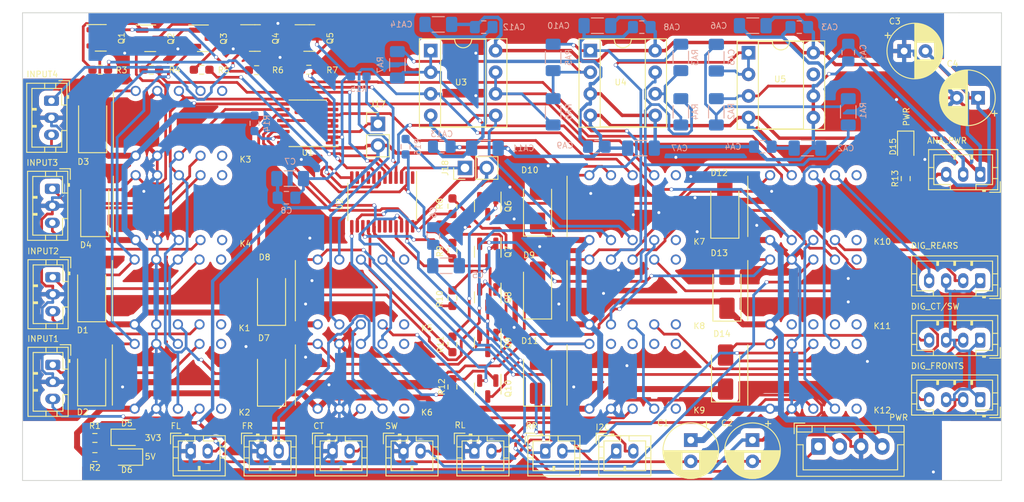
<source format=kicad_pcb>
(kicad_pcb (version 20221018) (generator pcbnew)
  (layers (0 "F.Cu" signal) (31 "B.Cu" signal) (34 "B.Paste" user) (35 "F.Paste" user) (36 "B.SilkS" user "B.Silkscreen") (37 "F.SilkS" user "F.Silkscreen") (38 "B.Mask" user) (39 "F.Mask" user) (44 "Edge.Cuts" user))
  (net 0 "")
  (net 1 "SCL")
  (net 2 "SDA")
  (net 3 "GND")
  (net 4 "AGND")
  (net 5 "FL")
  (net 6 "FR")
  (net 7 "CT")
  (net 8 "SW")
  (net 9 "RL")
  (net 10 "FL_DIG")
  (net 11 "FL_A")
  (net 12 "FR_A")
  (net 13 "FR_DIG")
  (net 14 "CT_DIG")
  (net 15 "CT_A")
  (net 16 "SW_A")
  (net 17 "SW_DIG")
  (net 18 "RL_DIG")
  (net 19 "RL_A")
  (net 20 "RR_A")
  (net 21 "RR_DIG")
  (net 22 "RCA1_L")
  (net 23 "RCA1_R")
  (net 24 "RCA2_L")
  (net 25 "RCA2_R")
  (net 26 "RCA3_L")
  (net 27 "RCA3_R")
  (net 28 "RCA4_L")
  (net 29 "RCA4_R")
  (net 30 "5CHGND")
  (net 31 "FR_AIN")
  (net 32 "FL_AIN")
  (net 33 "FR_AV")
  (net 34 "FL_AV")
  (net 35 "V-")
  (net 36 "V+")
  (net 37 "Net-(U5-InA+)")
  (net 41 "OPGND")
  (net 42 "3V3")
  (net 43 "5V")
  (net 44 "Net-(D5-A)")
  (net 45 "Net-(Q1-B)")
  (net 46 "Net-(Q2-B)")
  (net 47 "Net-(Q3-B)")
  (net 48 "Net-(Q4-B)")
  (net 49 "Net-(Q5-B)")
  (net 50 "RCA4")
  (net 51 "RCA3")
  (net 52 "RCA2")
  (net 53 "RCA1")
  (net 54 "VOLCTL")
  (net 55 "Net-(Q6-B)")
  (net 56 "DIGCTL")
  (net 57 "RR")
  (net 58 "SW_SIG")
  (net 59 "RR_SIG")
  (net 60 "Net-(U1-VCC)")
  (net 61 "Net-(U4-InB-)")
  (net 62 "Net-(U4-OutA)")
  (net 63 "Net-(U4-InA-)")
  (net 64 "FR_SIG")
  (net 65 "Net-(Q7-B)")
  (net 66 "Net-(Q8-B)")
  (net 67 "Net-(Q9-B)")
  (net 68 "Net-(Q10-B)")
  (net 69 "FRONT_EN")
  (net 70 "CT_EN")
  (net 71 "SW_EN")
  (net 72 "REARS_EN")
  (net 81 "Net-(D15-A)")
  (net 82 "FL_SIG")
  (net 83 "CT_SIG")
  (net 84 "RL_SIG")
  (net 85 "Net-(D1-A)")
  (net 86 "Net-(D2-A)")
  (net 87 "Net-(D3-A)")
  (net 88 "Net-(D4-A)")
  (net 89 "Net-(D11-A)")
  (net 90 "Net-(D7-A)")
  (net 91 "Net-(D10-A)")
  (net 92 "Net-(D12-A)")
  (net 93 "Net-(D13-A)")
  (net 94 "Net-(D14-A)")
  (net 99 "Net-(CA5-Pad2)")
  (net 100 "Net-(D6-A)")
  (net 101 "POT_A1")
  (net 102 "GPIO_A2")
  (footprint "Capacitor_THT:CP_Radial_D6.3mm_P2.50mm" (layer "F.Cu") (at 191 113.25 -90)
    (fp_text reference "C1")
    (fp_text value "100u")
  )
  (footprint "Package_DIP:DIP-8_W7.62mm_Socket" (layer "F.Cu") (at 197.78 67.7)
    (fp_text reference "U5")
    (fp_text value "OPA2134")
  )
  (footprint "Package_DIP:DIP-8_W7.62mm_Socket" (layer "F.Cu") (at 179.2 67.45)
    (fp_text reference "U4")
    (fp_text value "OPA2134")
  )
  (footprint "Connector_JST:JST_PH_B2B-PH-K_1x02_P2.00mm_Vertical" (layer "F.Cu") (at 165.5833 114.55)
    (fp_text reference "J9" hide)
    (fp_text value "Conn_01x02_Pin")
  )
  (footprint "Resistor_SMD:R_0603_1608Metric_Pad0.98x0.95mm_HandSolder" (layer "F.Cu") (at 163 102 90)
    (fp_text reference "R11")
    (fp_text value "1K")
  )
  (footprint "Diode_SMD:D_SMA" (layer "F.Cu") (at 120.985 85.81 90)
    (fp_text reference "D4")
    (fp_text value "1N4001")
  )
  (footprint "Package_TO_SOT_SMD:SOT-23" (layer "F.Cu") (at 146.1875 65.97)
    (fp_text reference "Q5")
    (fp_text value "BC859")
  )
  (footprint "MountingHole:MountingHole_3.2mm_M3" (layer "F.Cu") (at 225 115.5)
    (fp_text reference "H4" hide)
    (fp_text value "MountingHole")
  )
  (footprint "Diode_SMD:D_SMA" (layer "F.Cu") (at 120.735 75.9433 90)
    (fp_text reference "D3")
    (fp_text value "1N4001")
  )
  (footprint "Capacitor_THT:CP_Radial_D6.3mm_P2.50mm" (layer "F.Cu") (at 216.0676 67.5)
    (fp_text reference "C3")
    (fp_text value "100u")
  )
  (footprint "Package_SO:TSSOP-24_4.4x7.8mm_P0.65mm" (layer "F.Cu") (at 154.75 85.25 -90)
    (fp_text reference "U2")
    (fp_text value "TCA9555")
  )
  (footprint "Connector_JST:JST_PH_B4B-PH-K_1x04_P2.00mm_Vertical" (layer "F.Cu") (at 225 108.5 180)
    (fp_text reference "J15" hide)
    (fp_text value "Conn_01x04_Pin")
  )
  (footprint "Resistor_SMD:R_0603_1608Metric_Pad0.98x0.95mm_HandSolder" (layer "F.Cu") (at 163 96.5562 90)
    (fp_text reference "R10")
    (fp_text value "1K")
  )
  (footprint "Connector_JST:JST_PH_B2B-PH-K_1x02_P2.00mm_Vertical" (layer "F.Cu") (at 157.25 114.55)
    (fp_text reference "J8" hide)
    (fp_text value "Conn_01x02_Pin")
  )
  (footprint "Diode_SMD:D_SMA" (layer "F.Cu") (at 120.6175 95.8267 90)
    (fp_text reference "D1")
    (fp_text value "1N4001")
  )
  (footprint "Connector_JST:JST_PH_B3B-PH-K_1x03_P2.00mm_Vertical" (layer "F.Cu") (at 116 83.7 -90)
    (fp_text reference "J2" hide)
    (fp_text value "Conn_01x03_Pin")
  )
  (footprint "Diode_SMD:D_SMA" (layer "F.Cu") (at 173 85.75 90)
    (fp_text reference "D10")
    (fp_text value "1N4001")
  )
  (footprint "Connector_JST:JST_PH_B3B-PH-K_1x03_P2.00mm_Vertical" (layer "F.Cu") (at 225 82 180)
    (fp_text reference "J16" hide)
    (fp_text value "Conn_01x03_Pin")
  )
  (footprint "Resistor_SMD:R_0603_1608Metric_Pad0.98x0.95mm_HandSolder" (layer "F.Cu") (at 121.6275 69.7 180)
    (fp_text reference "R3")
    (fp_text value "1K")
  )
  (footprint "Components:KEMET EA2" (layer "F.Cu") (at 130.75 95.8333)
    (fp_text reference "K1")
    (fp_text value "EC2-5NU")
  )
  (footprint "Resistor_SMD:R_0603_1608Metric_Pad0.98x0.95mm_HandSolder" (layer "F.Cu") (at 127.6275 69.7 180)
    (fp_text reference "R4")
    (fp_text value "1K")
  )
  (footprint "Package_TO_SOT_SMD:SOT-23" (layer "F.Cu") (at 167.15 101.83 -90)
    (fp_text reference "Q9")
    (fp_text value "BC859")
  )
  (footprint "LED_SMD:LED_0805_2012Metric_Pad1.15x1.40mm_HandSolder" (layer "F.Cu") (at 124.755 112.925)
    (fp_text reference "D5")
    (fp_text value "YELLOW")
  )
  (footprint "Components:KEMET EA2" (layer "F.Cu") (at 184.1675 105.75)
    (fp_text reference "K9")
    (fp_text value "EC2-5NU")
  )
  (footprint "Diode_SMD:D_SMA" (layer "F.Cu") (at 195.0875 105.25 90)
    (fp_text reference "D14")
    (fp_text value "1N4001")
  )
  (footprint "Connector_JST:JST_PH_B2B-PH-K_1x02_P2.00mm_Vertical" (layer "F.Cu") (at 140.5833 114.55)
    (fp_text reference "J6" hide)
    (fp_text value "Conn_01x02_Pin")
  )
  (footprint "Diode_SMD:D_SMA" (layer "F.Cu") (at 173 95.5 90)
    (fp_text reference "D9")
    (fp_text value "1N4001")
  )
  (footprint "Resistor_SMD:R_0603_1608Metric_Pad0.98x0.95mm_HandSolder" (layer "F.Cu") (at 121 115.25)
    (fp_text reference "R2")
    (fp_text value "670R")
  )
  (footprint "MountingHole:MountingHole_3.2mm_M3" (layer "F.Cu") (at 115 65.5)
    (fp_text reference "H1" hide)
    (fp_text value "MountingHole")
  )
  (footprint "Components:KEMET EA2" (layer "F.Cu") (at 205.4 85.9167)
    (fp_text reference "K10")
    (fp_text value "EC2-5NU")
  )
  (footprint "Diode_SMD:D_SMA" (layer "F.Cu") (at 173 105.75 90)
    (fp_text reference "D11")
    (fp_text value "1N4001")
  )
  (footprint "Connector_JST:JST_XH_B4B-XH-A_1x04_P2.50mm_Vertical" (layer "F.Cu") (at 206 114)
    (fp_text reference "J12" hide)
    (fp_text value "Conn_01x04_Pin")
  )
  (footprint "Resistor_SMD:R_0603_1608Metric_Pad0.98x0.95mm_HandSolder" (layer "F.Cu") (at 163 85.75 90)
    (fp_text reference "R8")
    (fp_text value "1K")
  )
  (footprint "Package_TO_SOT_SMD:SOT-23" (layer "F.Cu") (at 127.4975 66)
    (fp_text reference "Q2")
    (fp_text value "BC859")
  )
  (footprint "Connector_JST:JST_PH_B3B-PH-K_1x03_P2.00mm_Vertical" (layer "F.Cu") (at 116.05 94.1 -90)
    (fp_text reference "J3" hide)
    (fp_text value "Conn_01x03_Pin")
  )
  (footprint "Connector_JST:JST_PH_B3B-PH-K_1x03_P2.00mm_Vertical" (layer "F.Cu") (at 116.05 104.4 -90)
    (fp_text reference "J4" hide)
    (fp_text value "Conn_01x03_Pin")
  )
  (footprint "Package_TO_SOT_SMD:SOT-23" (layer "F.Cu") (at 167.15 85.75 -90)
    (fp_text reference "Q6")
    (fp_text value "BC859")
  )
  (footprint "LED_SMD:LED_0805_2012Metric_Pad1.15x1.40mm_HandSolder" (layer "F.Cu") (at 124.75 115.25 180)
    (fp_text reference "D6")
    (fp_text value "BLUE")
  )
  (footprint "Capacitor_THT:CP_Radial_D6.3mm_P2.50mm" (layer "F.Cu") (at 198.25 113.25 -90)
    (fp_text reference "C2")
    (fp_text value "100u")
  )
  (footprint "Resistor_SMD:R_0603_1608Metric_Pad0.98x0.95mm_HandSolder" (layer "F.Cu") (at 121 113)
    (fp_text reference "R1")
    (fp_text value "430R")
  )
  (footprint "Package_DIP:DIP-8_W7.62mm_Socket" (layer "F.Cu") (at 160.45 67.45)
    (fp_text reference "U3")
    (fp_text value "OPA2134")
  )
  (footprint "Diode_SMD:D_SMA" (layer "F.Cu") (at 195 86 90)
    (fp_text reference "D12")
    (fp_text value "1N4001")
  )
  (footprint "Connector_PinHeader_2.54mm:PinHeader_1x02_P2.54mm_Vertical" (layer "F.Cu") (at 154.25 76.07)
    (fp_text reference "J17")
    (fp_text value "Conn_01x02_Pin")
  )
  (footprint "Components:KEMET EA2" (layer "F.Cu") (at 205.4 95.8333)
    (fp_text reference "K11")
    (fp_text value "EC2-5NU")
  )
  (footprint "Package_SO:TSSOP-16_4.4x5mm_P0.65mm" (layer "F.Cu") (at 146 76 180)
    (fp_text reference "U1")
    (fp_text value "DS1881")
  )
  (footprint "Package_TO_SOT_SMD:SOT-23" (layer "F.Cu") (at 133.6875 66)
    (fp_text reference "Q3")
    (fp_text value "BC859")
  )
  (footprint "Connector_JST:JST_PH_B2B-PH-K_1x02_P2.00mm_Vertical" (layer "F.Cu") (at 132.25 114.55)
    (fp_text reference "J5" hide)
    (fp_text value "Conn_01x02_Pin")
  )
  (footprint "Components:KEMET EA2" (layer "F.Cu") (at 184.1675 95.8333)
    (fp_text reference "K8")
    (fp_text value "EC2-5NU")
  )
  (footprint "Capacitor_THT:CP_Radial_D6.3mm_P2.50mm" (layer "F.Cu") (at 224.75 73 180)
    (fp_text reference "C4")
    (fp_text value "100u")
  )
  (footprint "Components:KEMET EA2" (layer "F.Cu") (at 130.75 105.75)
    (fp_text reference "K2")
    (fp_text value "KEMET ")
  )
  (footprint "Package_TO_SOT_SMD:SOT-23" (layer "F.Cu") (at 139.795 65.97)
    (fp_text reference "Q4")
    (fp_text value "BC859")
  )
  (footprint "Package_TO_SOT_SMD:SOT-23" (layer "F.Cu") (at 167.15 96.47 -90)
    (fp_text reference "Q8")
    (fp_text value "BC859")
  )
  (footprint "Connector_JST:JST_PH_B2B-PH-K_1x02_P2.00mm_Vertical" (layer "F.Cu") (at 148.9167 114.55)
    (fp_text reference "J7" hide)
    (fp_text value "Conn_01x02_Pin")
  )
  (footprint "Connector_JST:JST_PH_B4B-PH-K_1x04_P2.00mm_Vertical" (layer "F.Cu") (at 225 94.5 180)
    (fp_text reference "J13" hide)
    (fp_text value "Conn_01x04_Pin")
  )
  (footprint "Package_TO_SOT_SMD:SOT-23" (layer "F.Cu") (at 167.15 107.19 -90)
    (fp_text reference "Q10")
    (fp_text value "BC859")
  )
  (footprint "Components:KEMET EA2" (layer "F.Cu") (at 130.8675 85.9167)
    (fp_text reference "K4")
    (fp_text value "EC2-5NU")
  )
  (footprint "Connector_PinHeader_2.54mm:PinHeader_1x02_P2.54mm_Vertical" (layer "F.Cu") (at 164.475 81.25 90)
    (fp_text reference "J18")
    (fp_text value "Conn_01x02_Pin")
  )
  (footprint "Diode_SMD:D_SMA" (layer "F.Cu") (at 195.25 95.75 90)
    (fp_text reference "D13")
    (fp_text value "1N4001")
  )
  (footprint "Connector_JST:JST_PH_B4B-PH-K_1x04_P2.00mm_Vertical" (layer "F.Cu") (at 225 101.5 180)
    (fp_text reference "J14" hide)
    (fp_text value "Conn_01x04_Pin")
  )
  (footprint "Connector_JST:JST_PH_B2B-PH-K_1x02_P2.00mm_Vertical" (layer "F.Cu") (at 182.25 114.55)
    (fp_text reference "J11" hide)
    (fp_text value "Conn_01x02_Male")
  )
  (footprint "Diode_SMD:D_SMA" (layer "F.Cu") (at 141.75 96.25 90)
    (fp_text reference "D8")
    (fp_text value "1N4001")
  )
  (footprint "Connector_JST:JST_PH_B2B-PH-K_1x02_P2.00mm_Vertical" (layer "F.Cu") (at 173.9167 114.55)
    (fp_text reference "J10" hide)
    (fp_text value "Conn_01x02_Pin")
  )
  (footprint "MountingHole:MountingHole_3.2mm_M3" (layer "F.Cu") (at 115 115.5)
    (fp_text reference "H2" hide)
    (fp_text value "MountingHole")
  )
  (footprint "Components:KEMET EA2" (layer "F.Cu") (at 205.4 105.75)
    (fp_text reference "K12")
    (fp_text value "EC2-5NU")
  )
  (footprint "Resistor_SMD:R_0603_1608Metric_Pad0.98x0.95mm_HandSolder" (layer "F.Cu") (at 163 107 90)
    (fp_text reference "R12")
    (fp_text value "1K")
  )
  (footprint "MountingHole:MountingHole_3.2mm_M3" (layer "F.Cu") (at 225 65.5)
    (fp_text reference "H3" hide)
    (fp_text value "MountingHole")
  )
  (footprint "Resistor_SMD:R_0603_1608Metric_Pad0.98x0.95mm_HandSolder" (layer "F.Cu") (at 216.25 82.5 90)
    (fp_text reference "R13")
    (fp_text value "5K")
  )
  (footprint "Components:KEMET EA2" (layer "F.Cu") (at 152.25 95.8333)
    (fp_text reference "K5")
    (fp_text value "EC2-5NU")
  )
  (footprint "Components:KEMET EA2" (layer "F.Cu") (at 152.25 105.75)
    (fp_text reference "K6")
    (fp_text value "EC2-5NU")
  )
  (footprint "Components:KEMET EA2" (layer "F.Cu") (at 130.8675 76)
    (fp_text reference "K3")
    (fp_text value "EC2-5NU")
  )
  (footprint "Resistor_SMD:R_0603_1608Metric_Pad0.98x0.95mm_HandSolder" (layer "F.Cu") (at 163 90.9719 90)
    (fp_text reference "R9")
    (fp_text value "1K")
  )
  (footprint "Diode_SMD:D_SMA" (layer "F.Cu") (at 141.75 105.75 90)
    (fp_text reference "D7")
    (fp_text value "1N4001")
  )
  (footprint "Package_TO_SOT_SMD:SOT-23" (layer "F.Cu") (at 167.15 91.11 -90)
    (fp_text reference "Q7")
    (fp_text value "BC859")
  )
  (footprint "LED_SMD:LED_0805_2012Metric_Pad1.15x1.40mm_HandSolder" (layer "F.Cu") (at 216.25 78.775 -90)
    (fp_text reference "D15")
    (fp_text value "WHITE")
  )
  (footprint "Package_TO_SOT_SMD:SOT-23" (layer "F.Cu") (at 121.6875 65.95)
    (fp_text reference "Q1")
    (fp_text value "BC859")
  )
  (footprint "Resistor_SMD:R_0603_1608Metric_Pad0.98x0.95mm_HandSolder" (layer "F.Cu") (at 133.54 69.7 180)
    (fp_text reference "R5")
    (fp_text value "1K")
  )
  (footprint "Components:KEMET EA2" (layer "F.Cu") (at 184.1675 85.9167)
    (fp_text reference "K7")
    (fp_text value "EC2-5NU")
  )
  (footprint "Resistor_SMD:R_0603_1608Metric_Pad0.98x0.95mm_HandSolder" (layer "F.Cu") (at 146.1275 69.7 180)
    (fp_text reference "R7")
    (fp_text value "1K")
  )
  (footprint "Diode_SMD:D_SMA" (layer "F.Cu") (at 120.6175 105.71 90)
    (fp_text reference "D2")
    (fp_text value "1N4001")
  )
  (footprint "Resistor_SMD:R_0603_1608Metric_Pad0.98x0.95mm_HandSolder" (layer "F.Cu") (at 140 69.75 180)
    (fp_text reference "R6")
    (fp_text value "1K")
  )
  (footprint "Connector_JST:JST_PH_B3B-PH-K_1x03_P2.00mm_Vertical" (layer "F.Cu") (at 115.9 73.35 -90)
    (fp_text reference "J1" hide)
    (fp_text value "Conn_01x03_Pin")
  )
  (footprint "Resistor_SMD:R_1206_3216Metric_Pad1.30x1.75mm_HandSolder" (layer "B.Cu") (at 189.83 68.25 90)
    (fp_text reference "RA3")
    (fp_text value "1K")
  )
  (footprint "Capacitor_SMD:C_0805_2012Metric_Pad1.18x1.45mm_HandSolder" (layer "B.Cu") (at 209.4994 67.68 -90)
    (fp_text reference "CA1")
    (fp_text value "10n")
  )
  (footprint "Capacitor_SMD:C_0805_2012Metric_Pad1.18x1.45mm_HandSolder" (layer "B.Cu") (at 203.7464 64.69)
    (fp_text reference "CA3")
    (fp_text value "0.1u")
  )
  (footprint "Resistor_SMD:R_1206_3216Metric_Pad1.30x1.75mm_HandSolder" (layer "B.Cu") (at 174.83 68.25 90)
    (fp_text reference "RA5")
    (fp_text value "1K")
  )
  (footprint "Resistor_SMD:R_1206_3216Metric_Pad1.30x1.75mm_HandSolder" (layer "B.Cu") (at 209.4994 74.6511 90)
    (fp_text reference "RA1")
    (fp_text value "7.5K")
  )
  (footprint "Capacitor_SMD:C_1206_3216Metric_Pad1.33x1.80mm_HandSolder" (layer "B.Cu") (at 204.7125 78.92 180)
    (fp_text reference "CA2")
    (fp_text value "10u")
  )
  (footprint "Resistor_SMD:R_1206_3216Metric_Pad1.30x1.75mm_HandSolder" (layer "B.Cu") (at 194 74.6511 90)
    (fp_text reference "RA2")
    (fp_text value "130K")
  )
  (footprint "Capacitor_SMD:C_1206_3216Metric_Pad1.33x1.80mm_HandSolder" (layer "B.Cu") (at 185.15 78.92 180)
    (fp_text reference "CA7")
    (fp_text value "10u")
  )
  (footprint "Capacitor_SMD:C_1206_3216Metric_Pad1.33x1.80mm_HandSolder" (layer "B.Cu") (at 161.3425 64.37)
    (fp_text reference "CA14")
    (fp_text value "10u")
  )
  (footprint "Capacitor_SMD:C_0805_2012Metric_Pad1.18x1.45mm_HandSolder" (layer "B.Cu") (at 199.4625 78.75)
    (fp_text reference "CA4")
    (fp_text value "0.1u")
  )
  (footprint "Resistor_SMD:R_0603_1608Metric_Pad0.98x0.95mm_HandSolder" (layer "B.Cu") (at 139.75 76 90)
    (fp_text reference "R14")
    (fp_text value "0R")
  )
  (footprint "Capacitor_SMD:C_0805_2012Metric_Pad1.18x1.45mm_HandSolder" (layer "B.Cu") (at 161.75 78.75)
    (fp_text reference "CA13")
    (fp_text value "0.1u")
  )
  (footprint "Capacitor_SMD:C_1206_3216Metric_Pad1.33x1.80mm_HandSolder" (layer "B.Cu") (at 198.28 64.52)
    (fp_text reference "CA6")
    (fp_text value "10u")
  )
  (footprint "Resistor_SMD:R_0603_1608Metric_Pad0.98x0.95mm_HandSolder" (layer "B.Cu") (at 152 70.5)
    (fp_text reference "R15")
    (fp_text value "670R")
  )
  (footprint "Capacitor_SMD:C_0805_2012Metric_Pad1.18x1.45mm_HandSolder" (layer "B.Cu") (at 166.6753 64.69 180)
    (fp_text reference "CA12")
    (fp_text value "0.1u")
  )
  (footprint "Resistor_SMD:R_1206_3216Metric_Pad1.30x1.75mm_HandSolder" (layer "B.Cu") (at 156.53 69.12 90)
    (fp_text reference "RA7")
    (fp_text value "2K")
  )
  (footprint "Capacitor_SMD:C_1206_3216Metric_Pad1.33x1.80mm_HandSolder" (layer "B.Cu") (at 162.25 92.75 180)
    (fp_text reference "C5")
    (fp_text value "10U")
  )
  (footprint "Resistor_SMD:R_1206_3216Metric_Pad1.30x1.75mm_HandSolder" (layer "B.Cu") (at 174.83 74.6511 90)
    (fp_text reference "RA6")
    (fp_text value "2K")
  )
  (footprint "Capacitor_SMD:C_1206_3216Metric_Pad1.33x1.80mm_HandSolder" (layer "B.Cu") (at 166.8125 78.92)
    (fp_text reference "CA11")
    (fp_text value "10u")
  )
  (footprint "Resistor_SMD:R_1206_3216Metric_Pad1.30x1.75mm_HandSolder" (layer "B.Cu") (at 189.83 74.6511 -90)
    (fp_text reference "RA4")
    (fp_text value "1K")
  )
  (footprint "Capacitor_SMD:C_1206_3216Metric_Pad1.33x1.80mm_HandSolder" (layer "B.Cu") (at 180.03 64.52)
    (fp_text reference "CA10")
    (fp_text value "10u")
  )
  (footprint "Capacitor_SMD:C_0805_2012Metric_Pad1.18x1.45mm_HandSolder" (layer "B.Cu") (at 179.9625 78.75)
    (fp_text reference "CA9")
    (fp_text value "0.1u")
  )
  (footprint "Resistor_SMD:R_0603_1608Metric_Pad0.98x0.95mm_HandSolder" (layer "B.Cu") (at 157.5 78.75 90)
    (fp_text reference "R16")
    (fp_text value "670R")
  )
  (footprint "Capacitor_SMD:C_1206_3216Metric_Pad1.33x1.80mm_HandSolder" (layer "B.Cu") (at 143.9375 82.5)
    (fp_text reference "C7")
    (fp_text value "10U")
  )
  (footprint "Capacitor_SMD:C_0805_2012Metric_Pad1.18x1.45mm_HandSolder" (layer "B.Cu") (at 185.2464 64.69)
    (fp_text reference "CA8")
    (fp_text value "0.1u")
  )
  (footprint "Capacitor_SMD:C_0805_2012Metric_Pad1.18x1.45mm_HandSolder" (layer "B.Cu") (at 160.75 89.25 -90)
    (fp_text reference "C6")
    (fp_text value "0.1U")
  )
  (footprint "Capacitor_SMD:C_1206_3216Metric_Pad1.33x1.80mm_HandSolder" (layer "B.Cu") (at 194 68.28 90)
    (fp_text reference "CA5")
    (fp_text value "100n")
  )
  (footprint "Capacitor_SMD:C_0805_2012Metric_Pad1.18x1.45mm_HandSolder" (layer "B.Cu") (at 143.5 84.75)
    (fp_text reference "C8")
    (fp_text value "0.1U")
  )
  (gr_line (start 227.5 63) (end 227.5 118) (stroke (width 0.1)) (layer "Edge.Cuts"))
  (gr_line (start 112.5 63) (end 112.5 118) (stroke (width 0.1)) (layer "Edge.Cuts"))
  (gr_line (start 112.5 118) (end 222.5 118) (stroke (width 0.1)) (layer "Edge.Cuts"))
  (gr_line (start 227.5 118) (end 222.5 118) (stroke (width 0.1)) (layer "Edge.Cuts"))
  (gr_line (start 112.5 63) (end 222.5 63) (stroke (width 0.1)) (layer "Edge.Cuts"))
  (gr_line (start 222.5 63) (end 227.5 63) (stroke (width 0.1)) (layer "Edge.Cuts"))
  (gr_text "DIG_FRONTS" (at 216.8 104.95) (layer "F.SilkS") (effects (font (size 0.7 0.7) (thickness 0.1)) (justify left bottom)))
  (gr_text "DIG_CT/SW" (at 216.8 97.95) (layer "F.SilkS") (effects (font (size 0.7 0.7) (thickness 0.1)) (justify left bottom)))
  (gr_text "RR" (at 171.55 112) (layer "F.SilkS") (effects (font (size 0.7 0.7) (thickness 0.1)) (justify left bottom)))
  (gr_text "ANA_PWR" (at 218.7 78.45) (layer "F.SilkS") (effects (font (size 0.7 0.7) (thickness 0.1)) (justify left bottom)))
  (gr_text "FL\n" (at 129.85 112) (layer "F.SilkS") (effects (font (size 0.7 0.7) (thickness 0.1)) (justify left bottom)))
  (gr_text "SW" (at 155.05 112) (layer "F.SilkS") (effects (font (size 0.7 0.7) (thickness 0.1)) (justify left bottom)))
  (gr_text "INPUT4" (at 112.9 70.65) (layer "F.SilkS") (effects (font (size 0.7 0.7) (thickness 0.1)) (justify left bottom)))
  (gr_text "PWR" (at 216.75 76.39 90) (layer "F.SilkS") (effects (font (size 0.7 0.7) (thickness 0.1)) (justify left bottom)))
  (gr_text "INPUT3" (at 112.9 81.05) (layer "F.SilkS") (effects (font (size 0.7 0.7) (thickness 0.1)) (justify left bottom)))
  (gr_text "3V3" (at 126.8 113.4) (layer "F.SilkS") (effects (font (size 0.7 0.7) (thickness 0.1)) (justify left bottom)))
  (gr_text "INPUT2" (at 113 91.45) (layer "F.SilkS") (effects (font (size 0.7 0.7) (thickness 0.1)) (justify left bottom)))
  (gr_text "FR\n" (at 138.2 112) (layer "F.SilkS") (effects (font (size 0.7 0.7) (thickness 0.1)) (justify left bottom)))
  (gr_text "5V\n" (at 126.8 115.6) (layer "F.SilkS") (effects (font (size 0.7 0.7) (thickness 0.1)) (justify left bottom)))
  (gr_text "DIG_REARS" (at 216.8 90.8) (layer "F.SilkS") (effects (font (size 0.7 0.7) (thickness 0.1)) (justify left bottom)))
  (gr_text "INPUT1" (at 113 101.75) (layer "F.SilkS") (effects (font (size 0.7 0.7) (thickness 0.1)) (justify left bottom)))
  (gr_text "RL\n" (at 163.2 111.9) (layer "F.SilkS") (effects (font (size 0.7 0.7) (thickness 0.1)) (justify left bottom)))
  (gr_text "CT" (at 146.6 112) (layer "F.SilkS") (effects (font (size 0.7 0.7) (thickness 0.1)) (justify left bottom)))
  (gr_text "PWR" (at 214.25 111) (layer "F.SilkS") (effects (font (size 0.7 0.7) (thickness 0.1)) (justify left bottom)))
  (gr_text "I2C" (at 179.75 112.15) (layer "F.SilkS") (effects (font (size 0.7 0.7) (thickness 0.1)) (justify left bottom)))
  (segment (start 148.9321 85.6464) (end 153.8089 85.6464) (width 0.32) (layer "F.Cu") (net 1))
  (segment (start 171.4758 112.633) (end 170.4244 113.6844) (width 0.32) (layer "F.Cu") (net 1))
  (segment (start 143.1375 76.975) (end 141.9193 76.975) (width 0.32) (layer "F.Cu") (net 1))
  (segment (start 156.495 86.8669) (end 156.5791 86.8669) (width 0.32) (layer "F.Cu") (net 1))
  (segment (start 141.9193 76.975) (end 141.3452 77.5491) (width 0.32) (layer "F.Cu") (net 1))
  (segment (start 141.3452 77.5491) (end 141.3452 78.0595) (width 0.32) (layer "F.Cu") (net 1))
  (segment (start 157.025 87.3128) (end 157.025 88.1125) (width 0.32) (layer "F.Cu") (net 1))
  (segment (start 156.5791 86.8669) (end 157.025 87.3128) (width 0.32) (layer "F.Cu") (net 1))
  (segment (start 170.4244 113.6844) (end 170.4244 114.2303) (width 0.32) (layer "F.Cu") (net 1))
  (segment (start 141.3452 78.0595) (end 148.9321 85.6464) (width 0.32) (layer "F.Cu") (net 1))
  (via (at 171.4758 112.633) (size 0.45) (drill 0.35) (layers "F.Cu" "B.Cu") (net 1))
  (via (at 156.495 86.8669) (size 0.45) (drill 0.35) (layers "F.Cu" "B.Cu") (net 1))
  (via (at 170.4244 114.2303) (size 0.45) (drill 0.35) (layers "F.Cu" "B.Cu") (net 1))
  (via (at 153.8089 85.6464) (size 0.45) (drill 0.35) (layers "F.Cu" "B.Cu") (net 1))
  (segment (start 153.9388 87.2457) (end 152.1246 89.0599) (width 0.32) (layer "B.Cu") (net 1))
  (segment (start 166.0136 102.0909) (end 167.5858 102.0909) (width 0.32) (layer "B.Cu") (net 1))
  (segment (start 153.9388 87.2457) (end 156.1162 87.2457) (width 0.32) (layer "B.Cu") (net 1))
  (segment (start 156.06 92.1373) (end 166.0136 102.0909) (width 0.32) (layer "B.Cu") (net 1))
  (segment (start 180.9978 115.8022) (end 171.9963 115.8022) (width 0.32) (layer "B.Cu") (net 1))
  (segment (start 152.1246 89.0599) (end 152.1246 89.6584) (width 0.32) (layer "B.Cu") (net 1))
  (segment (start 171.9963 115.8022) (end 170.4244 114.2303) (width 0.32) (layer "B.Cu") (net 1))
  (segment (start 153.9388 85.7763) (end 153.9388 87.2457) (width 0.32) (layer "B.Cu") (net 1))
  (segment (start 154.3435 90.2089) (end 156.06 91.9254) (width 0.32) (layer "B.Cu") (net 1))
  (segment (start 153.8089 85.6464) (end 153.9388 85.7763) (width 0.32) (layer "B.Cu") (net 1))
  (segment (start 152.6751 90.2089) (end 154.3435 90.2089) (width 0.32) (layer "B.Cu") (net 1))
  (segment (start 167.5858 102.0909) (end 171.4758 105.9809) (width 0.32) (layer "B.Cu") (net 1))
  (segment (start 156.06 91.9254) (end 156.06 92.1373) (width 0.32) (layer "B.Cu") (net 1))
  (segment (start 152.1246 89.6584) (end 152.6751 90.2089) (width 0.32) (layer "B.Cu") (net 1))
  (segment (start 156.1162 87.2457) (end 156.495 86.8669) (width 0.32) (layer "B.Cu") (net 1))
  (segment (start 182.25 114.55) (end 180.9978 115.8022) (width 0.32) (layer "B.Cu") (net 1))
  (segment (start 171.4758 105.9809) (end 171.4758 112.633) (width 0.32) (layer "B.Cu") (net 1))
  (segment (start 183.2881 113.7323) (end 183.2881 114.55) (width 0.32) (layer "F.Cu") (net 2))
  (segment (start 156.5684 86.034) (end 157.675 87.1406) (width 0.32) (layer "F.Cu") (net 2))
  (segment (start 184.25 114.55) (end 183.2881 114.55) (width 0.32) (layer "F.Cu") (net 2))
  (segment (start 172.844 112.3069) (end 181.8627 112.3069) (width 0.32) (layer "F.Cu") (net 2))
  (segment (start 140.8066 77.3168) (end 140.8066 78.3699) (width 0.32) (layer "F.Cu") (net 2))
  (segment (start 157.675 88.1125) (end 157.675 89.8648) (width 0.32) (layer "F.Cu") (net 2))
  (segment (start 143.1375 76.325) (end 141.7984 76.325) (width 0.32) (layer "F.Cu") (net 2))
  (segment (start 140.8066 78.3699) (end 148.67 86.2333) (width 0.32) (layer "F.Cu") (net 2))
  (segment (start 141.7984 76.325) (end 140.8066 77.3168) (width 0.32) (layer "F.Cu") (net 2))
  (segment (start 181.8627 112.3069) (end 183.2881 113.7323) (width 0.32) (layer "F.Cu") (net 2))
  (segment (start 157.675 87.1406) (end 157.675 88.1125) (width 0.32) (layer "F.Cu") (net 2))
  (segment (start 148.67 86.2333) (end 154.5266 86.2333) (width 0.32) (layer "F.Cu") (net 2))
  (segment (start 154.5266 86.2333) (end 154.7259 86.034) (width 0.32) (layer "F.Cu") (net 2))
  (segment (start 157.675 89.8648) (end 157.6624 89.8774) (width 0.32) (layer "F.Cu") (net 2))
  (segment (start 154.7259 86.034) (end 156.5684 86.034) (width 0.32) (layer "F.Cu") (net 2))
  (via (at 172.844 112.3069) (size 0.45) (drill 0.35) (layers "F.Cu" "B.Cu") (net 2))
  (via (at 157.6624 89.8774) (size 0.45) (drill 0.35) (layers "F.Cu" "B.Cu") (net 2))
  (segment (start 167.5427 101.3089) (end 172.844 106.6102) (width 0.32) (layer "B.Cu") (net 2))
  (segment (start 157.6624 89.8774) (end 158.9942 91.2092) (width 0.32) (layer "B.Cu") (net 2))
  (segment (start 158.9942 91.2092) (end 158.9942 92.9974) (width 0.32) (layer "B.Cu") (net 2))
  (segment (start 158.9942 92.9974) (end 167.3057 101.3089) (width 0.32) (layer "B.Cu") (net 2))
  (segment (start 172.844 106.6102) (end 172.844 112.3069) (width 0.32) (layer "B.Cu") (net 2))
  (segment (start 167.3057 101.3089) (end 167.5427 101.3089) (width 0.32) (layer "B.Cu") (net 2))
  (segment (start 147.6265 81.5169) (end 147.6265 82.0143) (width 0.32) (layer "F.Cu") (net 3))
  (segment (start 176.8416 113.2433) (end 173.7176 113.2433) (width 0.32) (layer "F.Cu") (net 3))
  (segment (start 134.625 65.456) (end 134.625 66) (width 0.32) (layer "F.Cu") (net 3))
  (segment (start 190.953 115.797) (end 179.3953 115.797) (width 0.32) (layer "F.Cu") (net 3))
  (segment (start 149.6765 84.0643) (end 156.7855 84.0643) (width 0.32) (layer "F.Cu") (net 3))
  (segment (start 167.15 97.4075) (end 167.15 99.26) (width 0.32) (layer "F.Cu") (net 3))
  (segment (start 156.375 89.4739) (end 156.375 88.1125) (width 0.32) (layer "F.Cu") (net 3))
  (segment (start 167.1247 99.26) (end 167.15 99.26) (width 0.32) (layer "F.Cu") (net 3))
  (segment (start 179.3953 115.797) (end 176.8416 113.2433) (width 0.32) (layer "F.Cu") (net 3))
  (segment (start 147.125 65.97) (end 147.125 66.6945) (width 0.32) (layer "F.Cu") (net 3))
  (segment (start 173.7176 113.2433) (end 172.1866 113.2433) (width 0.32) (layer "F.Cu") (net 3))
  (segment (start 148.8625 76.325) (end 148.8625 75.675) (width 0.32) (layer "F.Cu") (net 3))
  (segment (start 157.3064 83.5434) (end 157.8157 84.0527) (width 0.32) (layer "F.Cu") (net 3))
  (segment (start 148.1207 76.325) (end 147.7113 76.7344) (width 0.32) (layer "F.Cu") (net 3))
  (segment (start 167.6887 108.1275) (end 169.22 106.5962) (width 0.32) (layer "F.Cu") (net 3))
  (segment (start 140.7325 65.97) (end 140.7325 65.399) (width 0.32) (layer "F.Cu") (net 3))
  (segment (start 157.675 83.1748) (end 157.675 82.3875) (width 0.32) (layer "F.Cu") (net 3))
  (segment (start 147.7113 76.7344) (end 147.7113 77.252) (width 0.32) (layer "F.Cu") (net 3))
  (segment (start 128.435 66) (end 130.0699 64.3651) (width 0.32) (layer "F.Cu") (net 3))
  (segment (start 149.8713 82.3875) (end 149.1059 81.6221) (width 0.32) (layer "F.Cu") (net 3))
  (segment (start 147.7113 77.252) (end 148.0843 77.625) (width 0.32) (layer "F.Cu") (net 3))
  (segment (start 148.0843 77.625) (end 148.8625 77.625) (width 0.32) (layer "F.Cu") (net 3))
  (segment (start 191 115.75) (end 198.25 115.75) (width 0.32) (layer "F.Cu") (net 3))
  (segment (start 169.22 105.6343) (end 170.971 103.8833) (width 0.32) (layer "F.Cu") (net 3))
  (segment (start 149.1059 81.6221) (end 148.6335 81.1497) (width 0.32) (layer "F.Cu") (net 3))
  (segment (start 156.7855 84.0643) (end 157.3064 83.5434) (width 0.32) (layer "F.Cu") (net 3))
  (segment (start 148.6335 81.1497) (end 147.9937 81.1497) (width 0.32) (layer "F.Cu") (net 3))
  (segment (start 140.7325 65.97) (end 147.125 65.97) (width 0.32) (layer "F.Cu") (net 3))
  (segment (start 167.4296 93.0455) (end 167.15 92.7659) (width 0.32) (layer "F.Cu") (net 3))
  (segment (start 171.1087 114.3212) (end 171.1087 114.4127) (width 0.32) (layer "F.Cu") (net 3))
  (segment (start 143.1375 75.675) (end 146.6519 75.675) (width 0.32) (layer "F.Cu") (net 3))
  (segment (start 147.125 66.6945) (end 147.0854 66.7341) (width 0.32) (layer "F.Cu") (net 3))
  (segment (start 133.5341 64.3651) (end 134.625 65.456) (width 0.32) (layer "F.Cu") (net 3))
  (segment (start 167.15 92.0475) (end 167.15 92.7659) (width 0.32) (layer "F.Cu") (net 3))
  (segment (start 147.6265 82.0143) (end 149.6765 84.0643) (width 0.32) (layer "F.Cu") (net 3))
  (segment (start 148.8625 77.625) (end 148.8625 78.275) (width 0.32) (layer "F.Cu") (net 3))
  (segment (start 130.0699 64.3651) (end 133.5341 64.3651) (width 0.32) (layer "F.Cu") (net 3))
  (segment (start 157.3064 83.5434) (end 157.675 83.1748) (width 0.32) (layer "F.Cu") (net 3))
  (segment (start 167.15 97.4075) (end 167.4296 97.1279) (width 0.32) (layer "F.Cu") (net 3))
  (segment (start 125.775 114.97) (end 123.73 112.925) (width 0.32) (layer "F.Cu") (net 3))
  (segment (start 151.175 82.3875) (end 149.8713 82.3875) (width 0.32) (layer "F.Cu") (net 3))
  (segment (start 167.15 99.26) (end 167.15 102.7675) (width 0.32) (layer "F.Cu") (net 3))
  (segment (start 147.9937 81.1497) (end 147.6265 81.5169) (width 0.32) (layer "F.Cu") (net 3))
  (segment (start 171.1087 114.4127) (end 169.7238 115.7976) (width 0.32) (layer "F.Cu") (net 3))
  (segment (start 172.1866 113.2433) (end 171.1087 114.3212) (width 0.32) (layer "F.Cu") (net 3))
  (segment (start 204.25 115.75) (end 198.25 115.75) (width 0.32) (layer "F.Cu") (net 3))
  (segment (start 135.7344 64.3466) (end 134.625 65.456) (width 0.32) (layer "F.Cu") (net 3))
  (segment (start 169.22 106.5962) (end 169.22 105.6343) (width 0.32) (layer "F.Cu") (net 3))
  (segment (start 159.667 92.7659) (end 156.375 89.4739) (width 0.32) (layer "F.Cu") (net 3))
  (segment (start 167.4296 97.1279) (end 167.4296 93.0455) (width 0.32) (layer "F.Cu") (net 3))
  (segment (start 126.3226 115.7976) (end 125.775 115.25) (width 0.32) (layer "F.Cu") (net 3))
  (segment (start 167.15 108.1275) (end 167.6887 108.1275) (width 0.32) (layer "F.Cu") (net 3))
  (segment (start 122.675 66) (end 128.435 66) (width 0.32) (layer "F.Cu") (net 3))
  (segment (start 169.7238 115.7976) (end 126.3226 115.7976) (width 0.32) (layer "F.Cu") (net 3))
  (segment (start 148.8625 76.325) (end 148.1207 76.325) (width 0.32) (layer "F.Cu") (net 3))
  (segment (start 146.6519 75.675) (end 147.7113 76.7344) (width 0.32) (layer "F.Cu") (net 3))
  (segment (start 148.8625 77.625) (end 150.034 77.625) (width 0.32) (layer "F.Cu") (net 3))
  (segment (start 139.6801 64.3466) (end 135.7344 64.3466) (width 0.32) (layer "F.Cu") (net 3))
  (segment (start 167.15 92.7659) (end 159.667 92.7659) (width 0.32) (layer "F.Cu") (net 3))
  (segment (start 206 114) (end 204.25 115.75) (width 0.32) (layer "F.Cu") (net 3))
  (segment (start 140.7325 65.399) (end 139.6801 64.3466) (width 0.32) (layer "F.Cu") (net 3))
  (via (at 170.971 103.8833) (size 0.45) (drill 0.35) (layers "F.Cu" "B.Cu") (net 3))
  (via (at 167.1247 99.26) (size 0.45) (drill 0.35) (layers "F.Cu" "B.Cu") (net 3))
  (via (at 149.1059 81.6221) (size 0.45) (drill 0.35) (layers "F.Cu" "B.Cu") (net 3))
  (via (at 150.034 77.625) (size 0.45) (drill 0.35) (layers "F.Cu" "B.Cu") (net 3))
  (via (at 173.7176 113.2433) (size 0.45) (drill 0.35) (layers "F.Cu" "B.Cu") (net 3))
  (via (at 157.8157 84.0527) (size 0.45) (drill 0.35) (layers "F.Cu" "B.Cu") (net 3))
  (via (at 147.0854 66.7341) (size 0.45) (drill 0.35) (layers "F.Cu" "B.Cu") (net 3))
  (segment (start 150.615 70.2637) (end 147.0854 66.7341) (width 0.32) (layer "B.Cu") (net 3))
  (segment (start 166.8097 99.26) (end 160.6875 93.1378) (width 0.32) (layer "B.Cu") (net 3))
  (segment (start 149.1059 81.7001) (end 149.1059 81.6221) (width 0.32) (layer "B.Cu") (net 3))
  (segment (start 167.1247 99.26) (end 167.1247 100.037) (width 0.32) (layer "B.Cu") (net 3))
  (segment (start 150.034 71.081) (end 150.034 77.625) (width 0.32) (layer "B.Cu") (net 3))
  (segment (start 151.0875 70.5) (end 150.615 70.5) (width 0.32) (layer "B.Cu") (net 3))
  (segment (start 160.75 90.2875) (end 159.6621 89.1996) (width 0.32) (layer "B.Cu") (net 3))
  (segment (start 145.5 82.5) (end 145.5 83.7875) (width 0.32) (layer "B.Cu") (net 3))
  (segment (start 159.6621 85.8991) (end 157.8157 84.0527) (width 0.32) (layer "B.Cu") (net 3))
  (segment (start 150.615 70.5) (end 150.034 71.081) (width 0.32) (layer "B.Cu") (net 3))
  (segment (start 157.8157 79.9782) (end 157.5 79.6625) (width 0.32) (layer "B.Cu") (net 3))
  (segment (start 167.1247 100.037) (end 170.971 103.8833) (width 0.32) (layer "B.Cu") (net 3))
  (segment (start 159.6621 89.1996) (end 159.6621 85.8991) (width 0.32) (layer "B.Cu") (net 3))
  (segment (start 145.5 83.7875) (end 144.5375 84.75) (width 0.32) (layer "B.Cu") (net 3))
  (segment (start 173.7176 106.6299) (end 173.7176 113.2433) (width 0.32) (layer "B.Cu") (net 3))
  (segment (start 167.1247 99.26) (end 166.8097 99.26) (width 0.32) (layer "B.Cu") (net 3))
  (segment (start 157.8157 84.0527) (end 157.8157 79.9782) (width 0.32) (layer "B.Cu") (net 3))
  (segment (start 148.306 82.5) (end 149.1059 81.7001) (width 0.32) (layer "B.Cu") (net 3))
  (segment (start 160.6875 90.35) (end 160.6875 92.75) (width 0.32) (layer "B.Cu") (net 3))
  (segment (start 150.1073 77.6983) (end 150.034 77.625) (width 0.32) (layer "B.Cu") (net 3))
  (segment (start 145.5 82.5) (end 148.306 82.5) (width 0.32) (layer "B.Cu") (net 3))
  (segment (start 149.1059 81.6221) (end 150.1073 80.6207) (width 0.32) (layer "B.Cu") (net 3))
  (segment (start 170.971 103.8833) (end 173.7176 106.6299) (width 0.32) (layer "B.Cu") (net 3))
  (segment (start 150.615 70.5) (end 150.615 70.2637) (width 0.32) (layer "B.Cu") (net 3))
  (segment (start 150.1073 80.6207) (end 150.1073 77.6983) (width 0.32) (layer "B.Cu") (net 3))
  (segment (start 132.6522 73.6316) (end 132.7456 73.725) (width 0.32) (layer "F.Cu") (net 4))
  (segment (start 206.3755 109.16) (end 206.3755 109.9627) (width 0.32) (layer "F.Cu") (net 4))
  (segment (start 222.25 73) (end 215.3803 73) (width 0.32) (layer "F.Cu") (net 4))
  (segment (start 124.769 75.7485) (end 117.5354 75.7485) (width 0.32) (layer "F.Cu") (net 4))
  (segment (start 114.7447 94.6506) (end 115.2322 95.1381) (width 0.32) (layer "F.Cu") (net 4))
  (segment (start 197.7953 107.9526) (end 205.1681 107.9526) (width 0.32) (layer "F.Cu") (net 4))
  (segment (start 116 86.6619) (end 115.3988 86.6619) (width 0.32) (layer "F.Cu") (net 4))
  (segment (start 182.6339 108.5536) (end 193.581 108.5536) (width 0.32) (layer "F.Cu") (net 4))
  (segment (start 181.6275 109.56) (end 182.6339 108.5536) (width 0.32) (layer "F.Cu") (net 4))
  (segment (start 116 85.7) (end 116 86.6619) (width 0.32) (layer "F.Cu") (net 4))
  (segment (start 203.8715 110.5715) (end 202.86 109.56) (width 0.32) (layer "F.Cu") (net 4))
  (segment (start 196.7683 108.9796) (end 197.7953 107.9526) (width 0.32) (layer "F.Cu") (net 4))
  (segment (start 148.8625 74.375) (end 146.5229 74.375) (width 0.32) (layer "F.Cu") (net 4))
  (segment (start 116.05 96.1) (end 116.05 95.1381) (width 0.32) (layer "F.Cu") (net 4))
  (segment (start 145.8729 73.725) (end 143.1375 73.725) (width 0.32) (layer "F.Cu") (net 4))
  (segment (start 215.3803 73) (end 215.1685 73.2118) (width 0.32) (layer "F.Cu") (net 4))
  (segment (start 209.7881 114) (end 209.7881 113.3753) (width 0.32) (layer "F.Cu") (net 4))
  (segment (start 115.3988 86.6619) (end 114.7447 87.316) (width 0.32) (layer "F.Cu") (net 4))
  (segment (start 128.3275 79.81) (end 124.769 76.2515) (width 0.32) (layer "F.Cu") (net 4))
  (segment (start 206.3755 109.9627) (end 205.7667 110.5715) (width 0.32) (layer "F.Cu") (net 4))
  (segment (start 211 114) (end 209.7881 114) (width 0.32) (layer "F.Cu") (net 4))
  (segment (start 132.7456 73.725) (end 143.1375 73.725) (width 0.32) (layer "F.Cu") (net 4))
  (segment (start 209.7881 113.3753) (end 206.3755 109.9627) (width 0.32) (layer "F.Cu") (net 4))
  (segment (start 194.007 108.9796) (end 196.7683 108.9796) (width 0.32) (layer "F.Cu") (net 4))
  (segment (start 146.5229 74.375) (end 145.8729 73.725) (width 0.32) (layer "F.Cu") (net 4))
  (segment (start 205.1681 107.9526) (end 206.3755 109.16) (width 0.32) (layer "F.Cu") (net 4))
  (segment (start 115.9 75.35) (end 117.1369 75.35) (width 0.32) (layer "F.Cu") (net 4))
  (segment (start 124.769 76.2515) (end 124.769 75.7485) (width 0.32) (layer "F.Cu") (net 4))
  (segment (start 114.7447 87.316) (end 114.7447 94.6506) (width 0.32) (layer "F.Cu") (net 4))
  (segment (start 193.581 108.5536) (end 194.007 108.9796) (width 0.32) (layer "F.Cu") (net 4))
  (segment (start 115.2322 95.1381) (end 116.05 95.1381) (width 0.32) (layer "F.Cu") (net 4))
  (segment (start 117.5354 75.7485) (end 117.1369 75.35) (width 0.32) (layer "F.Cu") (net 4))
  (segment (start 205.7667 110.5715) (end 203.8715 110.5715) (width 0.32) (layer "F.Cu") (net 4))
  (segment (start 128.3275 82.1067) (end 128.3275 79.81) (width 0.32) (layer "F.Cu") (net 4))
  (segment (start 128.3275 72.19) (end 124.769 75.7485) (width 0.32) (layer "F.Cu") (net 4))
  (via (at 138.75 102.25) (size 0.45) (drill 0.35) (layers "F.Cu" "B.Cu") (net 4))
  (via (at 218.5 80.25) (size 0.45) (drill 0.35) (layers "F.Cu" "B.Cu") (net 4))
  (via (at 189.25 80) (size 0.45) (drill 0.35) (layers "F.Cu" "B.Cu") (net 4))
  (via (at 191.5 84.75) (size 0.45) (drill 0.35) (layers "F.Cu" "B.Cu") (net 4))
  (via (at 211.75 104) (size 0.45) (drill 0.35) (layers "F.Cu" "B.Cu") (net 4))
  (via (at 169.75 83.5) (size 0.45) (drill 0.35) (layers "F.Cu" "B.Cu") (net 4))
  (via (at 184.25 86.75) (size 0.45) (drill 0.35) (layers "F.Cu" "B.Cu") (net 4))
  (via (at 170.25 100) (size 0.45) (drill 0.35) (layers "F.Cu" "B.Cu") (net 4))
  (via (at 187.25 86.5) (size 0.45) (drill 0.35) (layers "F.Cu" "B.Cu") (net 4))
  (via (at 219.5 117) (size 0.45) (drill 0.35) (layers "F.Cu" "B.Cu") (net 4))
  (via (at 175.5 97.25) (size 0.45) (drill 0.35) (layers "F.Cu" "B.Cu") (net 4))
  (via (at 170.25 87.25) (size 0.45) (drill 0.35) (layers "F.Cu" "B.Cu") (net 4))
  (via (at 165.75 67.75) (size 0.45) (drill 0.35) (layers "F.Cu" "B.Cu") (net 4))
  (via (at 146.25 89.5) (size 0.45) (drill 0.35) (layers "F.Cu" "B.Cu") (net 4))
  (via (at 209.5 97) (size 0.45) (drill 0.35) (layers "F.Cu" "B.Cu") (net 4))
  (via (at 200.5 84) (size 0.45) (drill 0.35) (layers "F.Cu" "B.Cu") (net 4))
  (via (at 130.75 67.25) (size 0.45) (drill 0.35) (layers "F.Cu" "B.Cu") (net 4))
  (via (at 148.5 106.75) (size 0.45) (drill 0.35) (layers "F.Cu" "B.Cu") (net 4))
  (via (at 182.5 93.25) (size 0.45) (drill 0.35) (layers "F.Cu" "B.Cu") (net 4))
  (via (at 177.25 107) (size 0.45) (drill 0.35) (layers "F.Cu" "B.Cu") (net 4))
  (via (at 179.25 84.25) (size 0.45) (drill 0.35) (layers "F.Cu" "B.Cu") (net 4))
  (via (at 191.75 88.75) (size 0.45) (drill 0.35) (layers "F.Cu" "B.Cu") (net 4))
  (via (at 146.5 94.5) (size 0.45) (drill 0.35) (layers "F.Cu" "B.Cu") (net 4))
  (via (at 124.5 67.75) (size 0.45) (drill 0.35) (layers "F.Cu" "B.Cu") (net 4))
  (via (at 174.25 81) (size 0.45) (drill 0.35) (layers "F.Cu" "B.Cu") (net 4))
  (via (at 191 82.25) (size 0.45) (drill 0.35) (layers "F.Cu" "B.Cu") (net 4))
  (via (at 198.75 88) (size 0.45) (drill 0.35) (layers "F.Cu" "B.Cu") (net 4))
  (via (at 209.5 94.25) (size 0.45) (drill 0.35) (layers "F.Cu" "B.Cu") (net 4))
  (via (at 173.25 90.5) (size 0.45) (drill 0.35) (layers "F.Cu" "B.Cu") (net 4))
  (via (at 145.75 97.25) (size 0.45) (drill 0.35) (layers "F.Cu" "B.Cu") (net 4))
  (via (at 132.6522 73.6316) (size 0.45) (drill 0.35) (layers "F.Cu" "B.Cu") (net 4))
  (via (at 164.5 88.25) (size 0.45) (drill 0.35) (layers "F.Cu" "B.Cu") (net 4))
  (via (at 142.75 68.25) (size 0.45) (drill 0.35) (layers "F.Cu" "B.Cu") (net 4))
  (via (at 124.25 107) (size 0.45) (drill 0.35) (layers "F.Cu" "B.Cu") (net 4))
  (via (at 137.25 67.25) (size 0.45) (drill 0.35) (layers "F.Cu" "B.Cu") (net 4))
  (via (at 215.1685 73.2118) (size 0.45) (drill 0.35) (layers "F.Cu" "B.Cu") (net 4))
  (via (at 183.5 104.5) (size 0.45) (drill 0.35) (layers "F.Cu" "B.Cu") (net 4))
  (via (at 145.75 103.5) (size 0.45) (drill 0.35) (layers "F.Cu" "B.Cu") (net 4))
  (via (at 142.5 64.25) (size 0.45) (drill 0.35) (layers "F.Cu" "B.Cu") (net 4))
  (via (at 165.75 72.75) (size 0.45) (drill 0.35) (layers "F.Cu" "B.Cu") (net 4))
  (via (at 180.75 96) (size 0.45) (drill 0.35) (layers "F.Cu" "B.Cu") (net 4))
  (via (at 126.75 84) (size 0.45) (drill 0.35) (layers "F.Cu" "B.Cu") (net 4))
  (via (at 145.25 80.25) (size 0.45) (drill 0.35) (layers "F.Cu" "B.Cu") (net 4))
  (segment (start 140.5833 114.55) (end 138.8248 112.7915) (width 0.32) (layer "B.Cu") (net 4))
  (segment (start 203.8274 92.9907) (end 203.8274 100.9726) (width 0.32) (layer "B.Cu") (net 4))
  (segment (start 117.2449 84.3109) (end 116.8177 84.7381) (width 0.32) (layer "B.Cu") (net 4))
  (segment (start 115.4488 97.0619) (end 114.8113 97.6994) (width 0.32) (layer "B.Cu") (net 4))
  (segment (start 165.5833 114.55) (end 166.8202 113.3131) (width 0.32) (layer "B.Cu") (net 4))
  (segment (start 128.21 109.56) (end 128.21 101.94) (width 0.32) (layer "B.Cu") (net 4))
  (segment (start 128.3275 82.1067) (end 128.3275 89.7267) (width 0.32) (layer "B.Cu") (net 4))
  (segment (start 128.21 92.0233) (end 128.21 99.6433) (width 0.32) (layer "B.Cu") (net 4))
  (segment (start 116.05 97.0619) (end 115.4488 97.0619) (width 0.32) (layer "B.Cu") (net 4))
  (segment (start 132.25 113.6) (end 128.21 109.56) (width 0.32) (layer "B.Cu") (net 4))
  (segment (start 165.5833 114.55) (end 164.3464 113.3131) (width 0.32) (layer "B.Cu") (net 4))
  (segment (start 141.8202 115.7869) (end 147.6798 115.7869) (width 0.32) (layer "B.Cu") (net 4))
  (segment (start 149.71 113.257) (end 149.71 109.56) (width 0.32) (layer "B.Cu") (net 4))
  (segment (start 147.6798 115.7869) (end 148.9167 114.55) (width 0.32) (layer "B.Cu") (net 4))
  (segment (start 204.3141 90.0397) (end 204.3141 81.7863) (width 0.32) (layer "B.Cu") (net 4))
  (segment (start 216.0676 67.5) (end 217.2295 67.5) (width 0.32) (layer "B.Cu") (net 4))
  (segment (start 148.9167 114.0503) (end 149.71 113.257) (width 0.32) (layer "B.Cu") (net 4))
  (segment (start 204.9896 81.1108) (end 207.2695 81.1108) (width 0.32) (layer "B.Cu") (net 4))
  (segment (start 173.9167 114.55) (end 175.2191 113.2476) (width 0.32) (layer "B.Cu") (net 4))
  (segment (start 132.25 113.6) (end 132.25 114.55) (width 0.32) (layer "B.Cu") (net 4))
  (segment (start 170.4572 113.3131) (end 171.8739 114.7298) (width 0.32) (layer "B.Cu") (net 4))
  (segment (start 116 85.7) (end 116 84.7381) (width 0.32) (layer "B.Cu") (net 4))
  (segment (start 140.5833 114.55) (end 141.8202 115.7869) (width 0.32) (layer "B.Cu") (net 4))
  (segment (start 117.2449 77.0556) (end 117.2449 84.3109) (width 0.32) (layer "B.Cu") (net 4))
  (segment (start 116.8177 84.7381) (end 116 84.7381) (width 0.32) (layer "B.Cu") (net 4))
  (segment (start 149.71 101.94) (end 149.71 109.56) (width 0.32) (layer "B.Cu") (net 4))
  (segment (start 149.71 113.257) (end 155.957 113.257) (width 0.32) (layer "B.Cu") (net 4))
  (segment (start 116.05 106.4) (end 116.05 105.4381) (width 0.32) (layer "B.Cu") (net 4))
  (segment (start 203.8274 100.9726) (end 202.86 101.94) (width 0.32) (layer "B.Cu") (net 4))
  (segment (start 202.86 92.0233) (end 203.8274 92.9907) (width 0.32) (layer "B.Cu") (net 4))
  (segment (start 155.957 113.257) (end 157.25 114.55) (width 0.32) (layer "B.Cu") (net 4))
  (segment (start 166.8202 113.3131) (end 170.4572 113.3131) (width 0.32) (layer "B.Cu") (net 4))
  (segment (start 115.9 75.35) (end 115.9 76.3119) (width 0.32) (layer "B.Cu") (net 4))
  (segment (start 129.7691 73.6316) (end 132.6522 73.6316) (width 0.32) (layer "B.Cu") (net 4))
  (segment (start 114.8113 97.6994) (end 114.8113 105.0172) (width 0.32) (layer "B.Cu") (net 4))
  (segment (start 128.21 101.94) (end 128.21 99.6433) (width 0.32) (layer "B.Cu") (net 4))
  (segment (start 177.9399 113.2476) (end 181.6275 109.56) (width 0.32) (layer "B.Cu") (net 4))
  (segment (start 116.05 96.1) (end 116.05 97.0619) (width 0.32) (layer "B.Cu") (net 4))
  (segment (start 114.8113 105.0172) (end 115.2322 105.4381) (width 0.32) (layer "B.Cu") (net 4))
  (segment (start 116.5012 76.3119) (end 117.2449 77.0556) (width 0.32) (layer "B.Cu") (net 4))
  (segment (start 128.3275 89.7267) (end 128.3275 91.9058) (width 0.32) (layer "B.Cu") (net 4))
  (segment (start 222.25 73) (end 217.2295 67.9795) (width 0.32) (layer "B.Cu") (net 4))
  (segment (start 133.0585 112.7915) (end 132.25 113.6) (width 0.32) (layer "B.Cu") (net 4))
  (segment (start 128.3275 72.19) (end 129.7691 73.6316) (width 0.32) (layer "B.Cu") (net 4))
  (segment (start 138.8248 112.7915) (end 133.0585 112.7915) (width 0.32) (layer "B.Cu") (net 4))
  (segment (start 217.2295 67.9795) (end 217.2295 67.5) (width 0.32) (layer "B.Cu") (net 4))
  (segment (start 171.8739 114.7298) (end 173.7369 114.7298) (width 0.32) (layer "B.Cu") (net 4))
  (segment (start 115.9 76.3119) (end 116.5012 76.3119) (width 0.32) (layer "B.Cu") (net 4))
  (segment (start 202.86 92.0233) (end 202.86 91.4938) (width 0.32) (layer "B.Cu") (net 4))
  (segment (start 204.3141 81.7863) (end 204.9896 81.1108) (width 0.32) (layer "B.Cu") (net 4))
  (segment (start 207.2695 81.1108) (end 215.1685 73.2118) (width 0.32) (layer "B.Cu") (net 4))
  (segment (start 164.3464 113.3131) (end 158.4869 113.3131) (width 0.32) (layer "B.Cu") (net 4))
  (segment (start 158.4869 113.3131) (end 157.25 114.55) (width 0.32) (layer "B.Cu") (net 4))
  (segment (start 115.2322 105.4381) (end 116.05 105.4381) (width 0.32) (layer "B.Cu") (net 4))
  (segment (start 202.86 91.4938) (end 204.3141 90.0397) (width 0.32) (layer "B.Cu") (net 4))
  (segment (start 202.86 109.56) (end 202.86 101.94) (width 0.32) (layer "B.Cu") (net 4))
  (segment (start 175.2191 113.2476) (end 177.9399 113.2476) (width 0.32) (layer "B.Cu") (net 4))
  (segment (start 149.9579 111.8521) (end 137.9098 111.8521) (width 0.32) (layer "F.Cu") (net 5))
  (segment (start 137.9098 111.8521) (end 135.2119 114.55) (width 0.32) (layer "F.Cu") (net 5))
  (segment (start 134.25 114.55) (end 135.2119 114.55) (width 0.32) (layer "F.Cu") (net 5))
  (segment (start 152.25 109.56) (end 149.9579 111.8521) (width 0.32) (layer "F.Cu") (net 5))
  (segment (start 148.44 101.841) (end 149.4776 100.8034) (width 0.32) (layer "B.Cu") (net 6))
  (segment (start 142.5833 114.55) (end 142.5833 110.6122) (width 0.32) (layer "B.Cu") (net 6))
  (segment (start 153.216 100.974) (end 152.25 101.94) (width 0.32) (layer "B.Cu") (net 6))
  (segment (start 153.216 99.2489) (end 153.216 100.974) (width 0.32) (layer "B.Cu") (net 6))
  (segment (start 149.4776 100.8034) (end 149.9245 100.8034) (width 0.32) (layer "B.Cu") (net 6))
  (segment (start 148.44 104.7555) (end 148.44 101.841) (width 0.32) (layer "B.Cu") (net 6))
  (segment (start 151.8516 98.6814) (end 152.6485 98.6814) (width 0.32) (layer "B.Cu") (net 6))
  (segment (start 151.2881 99.4398) (end 151.2881 99.2449) (width 0.32) (layer "B.Cu") (net 6))
  (segment (start 142.5833 110.6122) (end 148.44 104.7555) (width 0.32) (layer "B.Cu") (net 6))
  (segment (start 151.2881 99.2449) (end 151.8516 98.6814) (width 0.32) (layer "B.Cu") (net 6))
  (segment (start 149.9245 100.8034) (end 151.2881 99.4398) (width 0.32) (layer "B.Cu") (net 6))
  (segment (start 152.6485 98.6814) (end 153.216 99.2489) (width 0.32) (layer "B.Cu") (net 6))
  (segment (start 183.0905 110.637) (end 155.7916 110.637) (width 0.32) (layer "F.Cu") (net 7))
  (segment (start 184.1675 109.56) (end 183.0905 110.637) (width 0.32) (layer "F.Cu") (net 7))
  (segment (start 155.7916 110.637) (end 151.8786 114.55) (width 0.32) (layer "F.Cu") (net 7))
  (segment (start 150.9167 114.55) (end 151.8786 114.55) (width 0.32) (layer "F.Cu") (net 7))
  (segment (start 205.4 92.0233) (end 202.7474 94.6759) (width 0.32) (layer "F.Cu") (net 8))
  (segment (start 202.7474 94.6759) (end 199.9083 94.6759) (width 0.32) (layer "F.Cu") (net 8))
  (via (at 199.9083 94.6759) (size 0.45) (drill 0.35) (layers "F.Cu" "B.Cu") (net 8))
  (segment (start 184.1365 116.3255) (end 161.9874 116.3255) (width 0.32) (layer "B.Cu") (net 8))
  (segment (start 199.9083 94.6759) (end 198.3906 96.1936) (width 0.32) (layer "B.Cu") (net 8))
  (segment (start 198.3906 96.1936) (end 198.3906 102.0714) (width 0.32) (layer "B.Cu") (net 8))
  (segment (start 161.9874 116.3255) (end 160.2119 114.55) (width 0.32) (layer "B.Cu") (net 8))
  (segment (start 159.25 114.55) (end 160.2119 114.55) (width 0.32) (layer "B.Cu") (net 8))
  (segment (start 198.3906 102.0714) (end 184.1365 116.3255) (width 0.32) (layer "B.Cu") (net 8))
  (segment (start 205.4 109.56) (end 204.327 108.487) (width 0.32) (layer "F.Cu") (net 9))
  (segment (start 204.327 108.487) (end 199.7764 108.487) (width 0.32) (layer "F.Cu") (net 9))
  (segment (start 199.7764 108.487) (end 197.0749 111.1885) (width 0.32) (layer "F.Cu") (net 9))
  (segment (start 171.9067 111.1885) (end 168.5452 114.55) (width 0.32) (layer "F.Cu") (net 9))
  (segment (start 197.0749 111.1885) (end 171.9067 111.1885) (width 0.32) (layer "F.Cu") (net 9))
  (segment (start 167.5833 114.55) (end 168.5452 114.55) (width 0.32) (layer "F.Cu") (net 9))
  (segment (start 156.0347 100.888) (end 158.862 100.888) (width 0.32) (layer "F.Cu") (net 10))
  (segment (start 172.1169 114.1429) (end 172.1169 114.6877) (width 0.32) (layer "F.Cu") (net 10))
  (segment (start 214.2845 116.9272) (end 222.0381 109.1736) (width 0.32) (layer "F.Cu") (net 10))
  (segment (start 172.1169 114.6877) (end 174.3564 116.9272) (width 0.32) (layer "F.Cu") (net 10))
  (segment (start 223 108.5) (end 222.0381 108.5) (width 0.32) (layer "F.Cu") (net 10))
  (segment (start 174.3564 116.9272) (end 214.2845 116.9272) (width 0.32) (layer "F.Cu") (net 10))
  (segment (start 222.0381 109.1736) (end 222.0381 108.5) (width 0.32) (layer "F.Cu") (net 10))
  (segment (start 154.79 99.6433) (end 156.0347 100.888) (width 0.32) (layer "F.Cu") (net 10))
  (via (at 172.1169 114.1429) (size 0.45) (drill 0.35) (layers "F.Cu" "B.Cu") (net 10))
  (via (at 158.862 100.888) (size 0.45) (drill 0.35) (layers "F.Cu" "B.Cu") (net 10))
  (segment (start 158.862 100.888) (end 172.1169 114.1429) (width 0.32) (layer "B.Cu") (net 10))
  (segment (start 165.9317 77.1168) (end 175.663 77.1168) (width 0.32) (layer "F.Cu") (net 11))
  (segment (start 175.663 77.1168) (end 178.7569 80.2107) (width 0.32) (layer "F.Cu") (net 11))
  (segment (start 178.7569 80.2107) (end 182.2715 80.2107) (width 0.32) (layer "F.Cu") (net 11))
  (segment (start 182.2715 80.2107) (end 184.1675 82.1067) (width 0.32) (layer "F.Cu") (net 11))
  (via (at 165.9317 77.1168) (size 0.45) (drill 0.35) (layers "F.Cu" "B.Cu") (net 11))
  (segment (start 161.6119 72.797) (end 161.6119 72.53) (width 0.32) (layer "B.Cu") (net 11))
  (segment (start 152.3564 69.6482) (end 152.0367 69.9679) (width 0.32) (layer "B.Cu") (net 11))
  (segment (start 148.6925 98.6258) (end 149.71 99.6433) (width 0.32) (layer "B.Cu") (net 11))
  (segment (start 165.9317 77.1168) (end 161.6119 72.797) (width 0.32) (layer "B.Cu") (net 11))
  (segment (start 155.4634 80.0973) (end 148.6925 86.8682) (width 0.32) (layer "B.Cu") (net 11))
  (segment (start 155.4634 78.0857) (end 155.4634 80.0973) (width 0.32) (layer "B.Cu") (net 11))
  (segment (start 154.7178 77.3401) (end 155.4634 78.0857) (width 0.32) (layer "B.Cu") (net 11))
  (segment (start 160.45 72.53) (end 161.6119 72.53) (width 0.32) (layer "B.Cu") (net 11))
  (segment (start 148.6925 86.8682) (end 148.6925 98.6258) (width 0.32) (layer "B.Cu") (net 11))
  (segment (start 153.5295 69.6482) (end 152.3564 69.6482) (width 0.32) (layer "B.Cu") (net 11))
  (segment (start 160.45 72.53) (end 156.4113 72.53) (width 0.32) (layer "B.Cu") (net 11))
  (segment (start 152.0367 69.9679) (end 152.0367 76.1251) (width 0.32) (layer "B.Cu") (net 11))
  (segment (start 152.0367 76.1251) (end 153.2517 77.3401) (width 0.32) (layer "B.Cu") (net 11))
  (segment (start 153.2517 77.3401) (end 154.7178 77.3401) (width 0.32) (layer "B.Cu") (net 11))
  (segment (start 156.4113 72.53) (end 153.5295 69.6482) (width 0.32) (layer "B.Cu") (net 11))
  (segment (start 164.6084 76.2391) (end 158.0216 76.2391) (width 0.32) (layer "F.Cu") (net 12))
  (segment (start 165.7775 75.07) (end 168.07 75.07) (width 0.32) (layer "F.Cu") (net 12))
  (segment (start 165.7775 75.07) (end 164.6084 76.2391) (width 0.32) (layer "F.Cu") (net 12))
  (via (at 158.0216 76.2391) (size 0.45) (drill 0.35) (layers "F.Cu" "B.Cu") (net 12))
  (segment (start 182.5406 88.0998) (end 175.6022 88.0998) (width 0.32) (layer "B.Cu") (net 12))
  (segment (start 157.753 76.2391) (end 158.0216 76.2391) (width 0.32) (layer "B.Cu") (net 12))
  (segment (start 149.71 87.5106) (end 156.6619 80.5587) (width 0.32) (layer "B.Cu") (net 12))
  (segment (start 168.07 75.07) (end 168.07 76.2319) (width 0.32) (layer "B.Cu") (net 12))
  (segment (start 175.6022 88.0998) (end 167.3157 79.8133) (width 0.32) (layer "B.Cu") (net 12))
  (segment (start 156.6619 80.5587) (end 156.6619 77.3302) (width 0.32) (layer "B.Cu") (net 12))
  (segment (start 167.3157 76.9862) (end 168.07 76.2319) (width 0.32) (layer "B.Cu") (net 12))
  (segment (start 156.6619 77.3302) (end 157.753 76.2391) (width 0.32) (layer "B.Cu") (net 12))
  (segment (start 149.71 92.0233) (end 149.71 87.5106) (width 0.32) (layer "B.Cu") (net 12))
  (segment (start 184.1675 89.7267) (end 182.5406 88.0998) (width 0.32) (layer "B.Cu") (net 12))
  (segment (start 167.3157 79.8133) (end 167.3157 76.9862) (width 0.32) (layer "B.Cu") (net 12))
  (segment (start 218.0381 108.5) (end 215.0752 105.5371) (width 0.32) (layer "F.Cu") (net 13))
  (segment (start 215.0752 105.5371) (end 170.1493 105.5371) (width 0.32) (layer "F.Cu") (net 13))
  (segment (start 219 108.5) (end 218.0381 108.5) (width 0.32) (layer "F.Cu") (net 13))
  (via (at 170.1493 105.5371) (size 0.45) (drill 0.35) (layers "F.Cu" "B.Cu") (net 13))
  (segment (start 170.1493 105.4882) (end 170.1493 105.5371) (width 0.32) (layer "B.Cu") (net 13))
  (segment (start 154.79 92.0233) (end 165.3795 102.6128) (width 0.32) (layer "B.Cu") (net 13))
  (segment (start 167.2739 102.6128) (end 170.1493 105.4882) (width 0.32) (layer "B.Cu") (net 13))
  (segment (start 165.3795 102.6128) (end 167.2739 102.6128) (width 0.32) (layer "B.Cu") (net 13))
  (segment (start 222.0381 102.1736) (end 222.0381 101.5) (width 0.32) (layer "F.Cu") (net 14))
  (segment (start 187.8558 100.7916) (end 189.5401 100.7916) (width 0.32) (layer "F.Cu") (net 14))
  (segment (start 223 101.5) (end 222.0381 101.5) (width 0.32) (layer "F.Cu") (net 14))
  (segment (start 193.6185 104.87) (end 219.3417 104.87) (width 0.32) (layer "F.Cu") (net 14))
  (segment (start 219.3417 104.87) (end 222.0381 102.1736) (width 0.32) (layer "F.Cu") (net 14))
  (segment (start 186.7075 99.6433) (end 187.8558 100.7916) (width 0.32) (layer "F.Cu") (net 14))
  (segment (start 189.5401 100.7916) (end 193.6185 104.87) (width 0.32) (layer "F.Cu") (net 14))
  (segment (start 188.9458 77.2423) (end 188.4383 76.7348) (width 0.32) (layer "B.Cu") (net 15))
  (segment (start 186.3533 73.7978) (end 185.6574 73.1019) (width 0.32) (layer "B.Cu") (net 15))
  (segment (start 181.6275 97.9384) (end 181.6275 99.6433) (width 0.32) (layer "B.Cu") (net 15))
  (segment (start 185.6888 80.8748) (end 185.6888 90.7642) (width 0.32) (layer "B.Cu") (net 15))
  (segment (start 204.2315 80.8748) (end 185.6888 80.8748) (width 0.32) (layer "B.Cu") (net 15))
  (segment (start 191.0923 76.8366) (end 190.6866 77.2423) (width 0.32) (layer "B.Cu") (net 15))
  (segment (start 190.6866 77.2423) (end 188.9458 77.2423) (width 0.32) (layer "B.Cu") (net 15))
  (segment (start 185.1642 91.2888) (end 185.1642 94.4017) (width 0.32) (layer "B.Cu") (net 15))
  (segment (start 185.6574 74.4937) (end 186.3533 73.7978) (width 0.32) (layer "B.Cu") (net 15))
  (segment (start 191.0923 74.3634) (end 191.0923 76.8366) (width 0.32) (layer "B.Cu") (net 15))
  (segment (start 188.4383 76.7348) (end 188.4383 74.9879) (width 0.32) (layer "B.Cu") (net 15))
  (segment (start 185.6888 90.7642) (end 185.1642 91.2888) (width 0.32) (layer "B.Cu") (net 15))
  (segment (start 188.4383 74.9879) (end 187.2482 73.7978) (width 0.32) (layer "B.Cu") (net 15))
  (segment (start 204.9234 80.1829) (end 204.2315 80.8748) (width 0.32) (layer "B.Cu") (net 15))
  (segment (start 185.6574 73.1019) (end 185.6574 72.0437) (width 0.32) (layer "B.Cu") (net 15))
  (segment (start 189.83 73.1011) (end 191.0923 74.3634) (width 0.32) (layer "B.Cu") (net 15))
  (segment (start 185.6574 80.8434) (end 185.6574 74.4937) (width 0.32) (layer "B.Cu") (net 15))
  (segment (start 187.2482 73.7978) (end 186.3533 73.7978) (width 0.32) (layer "B.Cu") (net 15))
  (segment (start 186.5492 71.1519) (end 186.82 71.1519) (width 0.32) (layer "B.Cu") (net 15))
  (segment (start 185.6888 80.8748) (end 185.6574 80.8434) (width 0.32) (layer "B.Cu") (net 15))
  (segment (start 209.4994 76.2011) (end 209.4994 77.6247) (width 0.32) (layer "B.Cu") (net 15))
  (segment (start 186.82 69.99) (end 186.82 71.1519) (width 0.32) (layer "B.Cu") (net 15))
  (segment (start 209.4994 77.6247) (end 206.9412 80.1829) (width 0.32) (layer "B.Cu") (net 15))
  (segment (start 185.6574 72.0437) (end 186.5492 71.1519) (width 0.32) (layer "B.Cu") (net 15))
  (segment (start 206.9412 80.1829) (end 204.9234 80.1829) (width 0.32) (layer "B.Cu") (net 15))
  (segment (start 185.1642 94.4017) (end 181.6275 97.9384) (width 0.32) (layer "B.Cu") (net 15))
  (segment (start 182.1851 69.1479) (end 182.5049 68.8281) (width 0.32) (layer "F.Cu") (net 16))
  (segment (start 182.5049 68.8281) (end 195.49 68.8281) (width 0.32) (layer "F.Cu") (net 16))
  (segment (start 197.78 67.7) (end 196.6181 67.7) (width 0.32) (layer "F.Cu") (net 16))
  (segment (start 195.49 68.8281) (end 196.6181 67.7) (width 0.32) (layer "F.Cu") (net 16))
  (via (at 182.1851 69.1479) (size 0.45) (drill 0.35) (layers "F.Cu" "B.Cu") (net 16))
  (segment (start 182.7758 90.875) (end 181.6275 92.0233) (width 0.32) (layer "B.Cu") (net 16))
  (segment (start 182.1851 69.1479) (end 185.1348 72.0976) (width 0.32) (layer "B.Cu") (net 16))
  (segment (start 184.3971 90.875) (end 182.7758 90.875) (width 0.32) (layer "B.Cu") (net 16))
  (segment (start 197.78 67.7) (end 197.78 70.24) (width 0.32) (layer "B.Cu") (net 16))
  (segment (start 197.78 70.24) (end 196.6181 70.24) (width 0.32) (layer "B.Cu") (net 16))
  (segment (start 185.1348 72.0976) (end 185.1348 90.1373) (width 0.32) (layer "B.Cu") (net 16))
  (segment (start 194 69.8425) (end 196.2206 69.8425) (width 0.32) (layer "B.Cu") (net 16))
  (segment (start 196.2206 69.8425) (end 196.6181 70.24) (width 0.32) (layer "B.Cu") (net 16))
  (segment (start 185.1348 90.1373) (end 184.3971 90.875) (width 0.32) (layer "B.Cu") (net 16))
  (segment (start 212.238 95.6999) (end 218.0381 101.5) (width 0.32) (layer "F.Cu") (net 17))
  (segment (start 186.7075 92.0233) (end 190.3841 95.6999) (width 0.32) (layer "F.Cu") (net 17))
  (segment (start 190.3841 95.6999) (end 212.238 95.6999) (width 0.32) (layer "F.Cu") (net 17))
  (segment (start 219 101.5) (end 218.0381 101.5) (width 0.32) (layer "F.Cu") (net 17))
  (segment (start 222.0381 94.5) (end 222.0381 93.8988) (width 0.32) (layer "F.Cu") (net 18))
  (segment (start 223 94.5) (end 222.0381 94.5) (width 0.32) (layer "F.Cu") (net 18))
  (segment (start 222.0381 93.8988) (end 219.0143 90.875) (width 0.32) (layer "F.Cu") (net 18))
  (segment (start 209.0883 90.875) (end 207.94 89.7267) (width 0.32) (layer "F.Cu") (net 18))
  (segment (start 219.0143 90.875) (end 209.0883 90.875) (width 0.32) (layer "F.Cu") (net 18))
  (segment (start 176.0773 76.3005) (end 179.4656 79.6888) (width 0.32) (layer "F.Cu") (net 19))
  (segment (start 166.8501 76.3005) (end 176.0773 76.3005) (width 0.32) (layer "F.Cu") (net 19))
  (segment (start 179.4656 79.6888) (end 183.1234 79.6888) (width 0.32) (layer "F.Cu") (net 19))
  (segment (start 185.1294 81.9664) (end 186.935 83.772) (width 0.32) (layer "F.Cu") (net 19))
  (segment (start 183.1234 79.6888) (end 185.1294 81.6948) (width 0.32) (layer "F.Cu") (net 19))
  (segment (start 186.935 83.772) (end 188.7273 83.772) (width 0.32) (layer "F.Cu") (net 19))
  (segment (start 166.2386 75.689) (end 166.8501 76.3005) (width 0.32) (layer "F.Cu") (net 19))
  (segment (start 185.1294 81.6948) (end 185.1294 81.9664) (width 0.32) (layer "F.Cu") (net 19))
  (via (at 166.2386 75.689) (size 0.45) (drill 0.35) (layers "F.Cu" "B.Cu") (net 19))
  (via (at 188.7273 83.772) (size 0.45) (drill 0.35) (layers "F.Cu" "B.Cu") (net 19))
  (segment (start 156.53 70.67) (end 157.21 69.99) (width 0.32) (layer "B.Cu") (net 19))
  (segment (start 161.6119 69.99) (end 161.6119 71.0623) (width 0.32) (layer "B.Cu") (net 19))
  (segment (start 160.45 67.45) (end 160.45 69.99) (width 0.32) (layer "B.Cu") (net 19))
  (segment (start 157.21 69.99) (end 160.45 69.99) (width 0.32) (layer "B.Cu") (net 19))
  (segment (start 160.45 69.99) (end 161.6119 69.99) (width 0.32) (layer "B.Cu") (net 19))
  (segment (start 161.6119 71.0623) (end 166.2386 75.689) (width 0.32) (layer "B.Cu") (net 19))
  (segment (start 188.7273 83.772) (end 196.9053 83.772) (width 0.32) (layer "B.Cu") (net 19))
  (segment (start 196.9053 83.772) (end 202.86 89.7267) (width 0.32) (layer "B.Cu") (net 19))
  (segment (start 202.86 82.1067) (end 198.2744 77.5211) (width 0.32) (layer "F.Cu") (net 20))
  (segment (start 198.2744 77.5211) (end 178.9723 77.5211) (width 0.32) (layer "F.Cu") (net 20))
  (segment (start 173.9812 72.53) (end 168.07 72.53) (width 0.32) (layer "F.Cu") (net 20))
  (segment (start 178.9723 77.5211) (end 173.9812 72.53) (width 0.32) (layer "F.Cu") (net 20))
  (segment (start 168.07 72.53) (end 171.1589 72.53) (width 0.32) (layer "B.Cu") (net 20))
  (segment (start 171.1589 72.53) (end 174.83 76.2011) (width 0.32) (layer "B.Cu") (net 20))
  (segment (start 168.07 69.99) (end 168.07 72.53) (width 0.32) (layer "B.Cu") (net 20))
  (segment (start 219 93.1667) (end 219 94.5) (width 0.32) (layer "B.Cu") (net 21))
  (segment (start 207.94 82.1067) (end 219 93.1667) (width 0.32) (layer "B.Cu") (net 21))
  (segment (start 116.05 104.4) (end 116.9749 105.3249) (width 0.32) (layer "F.Cu") (net 22))
  (segment (start 116.9749 105.3249) (end 129.9051 105.3249) (width 0.32) (layer "F.Cu") (net 22))
  (segment (start 129.9051 105.3249) (end 133.29 101.94) (width 0.32) (layer "F.Cu") (net 22))
  (segment (start 124.4993 110.6395) (end 124.3243 110.4645) (width 0.32) (layer "F.Cu") (net 23))
  (segment (start 132.2105 110.6395) (end 124.4993 110.6395) (width 0.32) (layer "F.Cu") (net 23))
  (segment (start 133.29 109.56) (end 132.2105 110.6395) (width 0.32) (layer "F.Cu") (net 23))
  (via (at 124.3243 110.4645) (size 0.45) (drill 0.35) (layers "F.Cu" "B.Cu") (net 23))
  (segment (start 124.3243 110.4645) (end 117.1526 110.4645) (width 0.32) (layer "B.Cu") (net 23))
  (segment (start 117.1526 110.4645) (end 116.05 109.3619) (width 0.32) (layer "B.Cu") (net 23))
  (segment (start 116.05 108.4) (end 116.05 109.3619) (width 0.32) (layer "B.Cu") (net 23))
  (segment (start 129.8737 95.4396) (end 117.3896 95.4396) (width 0.32) (layer "F.Cu") (net 24))
  (segment (start 133.29 92.0233) (end 129.8737 95.4396) (width 0.32) (layer "F.Cu") (net 24))
  (segment (start 117.3896 95.4396) (end 116.05 94.1) (width 0.32) (layer "F.Cu") (net 24))
  (segment (start 132.169 100.7643) (end 117.7524 100.7643) (width 0.32) (layer "F.Cu") (net 25))
  (segment (start 116.05 98.1) (end 116.05 99.0619) (width 0.32) (layer "F.Cu") (net 25))
  (segment (start 133.29 99.6433) (end 132.169 100.7643) (width 0.32) (layer "F.Cu") (net 25))
  (segment (start 117.7524 100.7643) (end 116.05 99.0619) (width 0.32) (layer "F.Cu") (net 25))
  (segment (start 129.5639 85.9503) (end 118.2503 85.9503) (width 0.32) (layer "F.Cu") (net 26))
  (segment (start 133.4075 82.1067) (end 129.5639 85.9503) (width 0.32) (layer "F.Cu") (net 26))
  (segment (start 118.2503 85.9503) (end 116 83.7) (width 0.32) (layer "F.Cu") (net 26))
  (segment (start 132.3302 90.804) (end 118.1421 90.804) (width 0.32) (layer "F.Cu") (net 27))
  (segment (start 116 87.7) (end 116 88.6619) (width 0.32) (layer "F.Cu") (net 27))
  (segment (start 133.4075 89.7267) (end 132.3302 90.804) (width 0.32) (layer "F.Cu") (net 27))
  (segment (start 118.1421 90.804) (end 116 88.6619) (width 0.32) (layer "F.Cu") (net 27))
  (segment (start 119.8357 69.4143) (end 115.9 73.35) (width 0.32) (layer "B.Cu") (net 28))
  (segment (start 133.4075 72.19) (end 130.6318 69.4143) (width 0.32) (layer "B.Cu") (net 28))
  (segment (start 130.6318 69.4143) (end 119.8357 69.4143) (width 0.32) (layer "B.Cu") (net 28))
  (segment (start 132.1375 82.2172) (end 128.9279 85.4268) (width 0.32) (layer "F.Cu") (net 29))
  (segment (start 132.1375 81.08) (end 132.1375 82.2172) (width 0.32) (layer "F.Cu") (net 29))
  (segment (start 133.4075 79.81) (end 132.1375 81.08) (width 0.32) (layer "F.Cu") (net 29))
  (segment (start 115.9 81.3109) (end 115.9 77.35) (width 0.32) (layer "F.Cu") (net 29))
  (segment (start 128.9279 85.4268) (end 120.0159 85.4268) (width 0.32) (layer "F.Cu") (net 29))
  (segment (start 120.0159 85.4268) (end 115.9 81.3109) (width 0.32) (layer "F.Cu") (net 29))
  (segment (start 221.481 101.5) (end 221.9619 101.5) (width 0.32) (layer "B.Cu") (net 30))
  (segment (start 222.5976 107.2631) (end 223.7357 107.2631) (width 0.32) (layer "B.Cu") (net 30))
  (segment (start 223.7357 107.2631) (end 223.7631 107.2631) (width 0.32) (layer "B.Cu") (net 30))
  (segment (start 221.4601 95.7369) (end 221.481 95.7578) (width 0.32) (layer "B.Cu") (net 30))
  (segment (start 222.625 102.7643) (end 223.7357 102.7643) (width 0.32) (layer "B.Cu") (net 30))
  (segment (start 221.481 101.5) (end 221.481 95.7578) (width 0.32) (layer "B.Cu") (net 30))
  (segment (start 223.7422 95.7578) (end 225 94.5) (width 0.32) (layer "B.Cu") (net 30))
  (segment (start 221 108.5) (end 221.9619 108.5) (width 0.32) (layer "B.Cu") (net 30))
  (segment (start 223.7357 102.7643) (end 225 101.5) (width 0.32) (layer "B.Cu") (net 30))
  (segment (start 221.9619 102.1012) (end 222.625 102.7643) (width 0.32) (layer "B.Cu") (net 30))
  (segment (start 223.7357 102.7643) (end 223.7357 107.2631) (width 0.32) (layer "B.Cu") (net 30))
  (segment (start 223.7631 107.2631) (end 225 108.5) (width 0.32) (layer "B.Cu") (net 30))
  (segment (start 221 101.5) (end 221.481 101.5) (width 0.32) (layer "B.Cu") (net 30))
  (segment (start 221.9619 108.5) (end 221.9619 107.8988) (width 0.32) (layer "B.Cu") (net 30))
  (segment (start 221 94.5) (end 221 95.7369) (width 0.32) (layer "B.Cu") (net 30))
  (segment (start 221 95.7369) (end 221.4601 95.7369) (width 0.32) (layer "B.Cu") (net 30))
  (segment (start 221.481 95.7578) (end 223.7422 95.7578) (width 0.32) (layer "B.Cu") (net 30))
  (segment (start 221.9619 107.8988) (end 222.5976 107.2631) (width 0.32) (layer "B.Cu") (net 30))
  (segment (start 221.9619 101.5) (end 221.9619 102.1012) (width 0.32) (layer "B.Cu") (net 30))
  (segment (start 130.8675 79.81) (end 136.3025 74.375) (width 0.32) (layer "F.Cu") (net 31))
  (segment (start 136.3025 74.375) (end 143.1375 74.375) (width 0.32) (layer "F.Cu") (net 31))
  (segment (start 162.3244 105.4266) (end 162.5138 105.2372) (width 0.32) (layer "F.Cu") (net 31))
  (segment (start 180.2234 99.6714) (end 182.0638 97.831) (width 0.32) (layer "F.Cu") (net 31))
  (segment (start 180.2234 100.0284) (end 180.2234 99.6714) (width 0.32) (layer "F.Cu") (net 31))
  (segment (start 172.2215 100.8233) (end 179.4285 100.8233) (width 0.32) (layer "F.Cu") (net 31))
  (segment (start 164.5064 104.5263) (end 168.5185 104.5263) (width 0.32) (layer "F.Cu") (net 31))
  (segment (start 135.1249 105.4266) (end 155.1766 105.4266) (width 0.32) (layer "F.Cu") (net 31))
  (segment (start 168.5185 104.5263) (end 172.2215 100.8233) (width 0.32) (layer "F.Cu") (net 31))
  (segment (start 162.5138 105.2372) (end 163.7955 105.2372) (width 0.32) (layer "F.Cu") (net 31))
  (segment (start 163.7955 105.2372) (end 164.5064 104.5263) (width 0.32) (layer "F.Cu") (net 31))
  (segment (start 155.8234 105.4266) (end 162.3244 105.4266) (width 0.32) (layer "F.Cu") (net 31))
  (segment (start 155.5 105.75) (end 155.8234 105.4266) (width 0.32) (layer "F.Cu") (net 31))
  (segment (start 179.4285 100.8233) (end 180.2234 100.0284) (width 0.32) (layer "F.Cu") (net 31))
  (segment (start 182.0638 97.831) (end 182.6353 97.831) (width 0.32) (layer "F.Cu") (net 31))
  (segment (start 155.1766 105.4266) (end 155.5 105.75) (width 0.32) (layer "F.Cu") (net 31))
  (segment (start 133.5055 103.8072) (end 135.1249 105.4266) (width 0.32) (layer "F.Cu") (net 31))
  (via (at 182.6353 97.831) (size 0.45) (drill 0.35) (layers "F.Cu" "B.Cu") (net 31))
  (via (at 133.5055 103.8072) (size 0.45) (drill 0.35) (layers "F.Cu" "B.Cu") (net 31))
  (segment (start 131.7174 100.6107) (end 131.7174 102.356) (width 0.32) (layer "B.Cu") (net 31))
  (segment (start 182.6353 97.831) (end 185.7456 94.7207) (width 0.32) (layer "B.Cu") (net 31))
  (segment (start 133.1686 103.8072) (end 133.5055 103.8072) (width 0.32) (layer "B.Cu") (net 31))
  (segment (start 131.7174 102.356) (end 131.1715 102.9019) (width 0.32) (layer "B.Cu") (net 31))
  (segment (start 129.2657 91.3285) (end 130.8675 89.7267) (width 0.32) (layer "B.Cu") (net 31))
  (segment (start 129.2657 101.8291) (end 129.2657 91.3285) (width 0.32) (layer "B.Cu") (net 31))
  (segment (start 130.75 99.6433) (end 131.7174 100.6107) (width 0.32) (layer "B.Cu") (net 31))
  (segment (start 130.75 102.9019) (end 130.75 109.56) (width 0.32) (layer "B.Cu") (net 31))
  (segment (start 185.7456 94.7207) (end 185.7456 91.5265) (width 0.32) (layer "B.Cu") (net 31))
  (segment (start 130.8675 79.81) (end 129.9001 80.7774) (width 0.32) (layer "B.Cu") (net 31))
  (segment (start 130.75 102.9019) (end 130.3385 102.9019) (width 0.32) (layer "B.Cu") (net 31))
  (segment (start 131.1715 102.9019) (end 130.75 102.9019) (width 0.32) (layer "B.Cu") (net 31))
  (segment (start 129.9001 88.7593) (end 130.8675 89.7267) (width 0.32) (layer "B.Cu") (net 31))
  (segment (start 186.7075 90.5646) (end 186.7075 89.7267) (width 0.32) (layer "B.Cu") (net 31))
  (segment (start 129.9001 80.7774) (end 129.9001 88.7593) (width 0.32) (layer "B.Cu") (net 31))
  (segment (start 185.7456 91.5265) (end 186.7075 90.5646) (width 0.32) (layer "B.Cu") (net 31))
  (segment (start 131.7174 102.356) (end 133.1686 103.8072) (width 0.32) (layer "B.Cu") (net 31))
  (segment (start 130.3385 102.9019) (end 129.2657 101.8291) (width 0.32) (layer "B.Cu") (net 31))
  (segment (start 182.6438 78.043) (end 186.7075 82.1067) (width 0.32) (layer "F.Cu") (net 32))
  (segment (start 148.2897 73.1522) (end 148.8625 73.725) (width 0.32) (layer "F.Cu") (net 32))
  (segment (start 131.5012 72.999) (end 132.8496 72.999) (width 0.32) (layer "F.Cu") (net 32))
  (segment (start 174.339 73.725) (end 178.657 78.043) (width 0.32) (layer "F.Cu") (net 32))
  (segment (start 132.8496 72.999) (end 133.0028 73.1522) (width 0.32) (layer "F.Cu") (net 32))
  (segment (start 178.657 78.043) (end 182.6438 78.043) (width 0.32) (layer "F.Cu") (net 32))
  (segment (start 129.8529 74.6473) (end 129.8529 81.0921) (width 0.32) (layer "F.Cu") (net 32))
  (segment (start 148.8625 73.725) (end 174.339 73.725) (width 0.32) (layer "F.Cu") (net 32))
  (segment (start 130.8675 72.3653) (end 131.5012 72.999) (width 0.32) (layer "F.Cu") (net 32))
  (segment (start 131.5012 72.999) (end 129.8529 74.6473) (width 0.32) (layer "F.Cu") (net 32))
  (segment (start 133.0028 73.1522) (end 148.2897 73.1522) (width 0.32) (layer "F.Cu") (net 32))
  (segment (start 129.8529 81.0921) (end 130.8675 82.1067) (width 0.32) (layer "F.Cu") (net 32))
  (segment (start 130.75 101.94) (end 129.7876 100.9776) (width 0.32) (layer "B.Cu") (net 32))
  (segment (start 129.7876 100.9776) (end 129.7876 92.9857) (width 0.32) (layer "B.Cu") (net 32))
  (segment (start 129.7876 92.9857) (end 130.75 92.0233) (width 0.32) (layer "B.Cu") (net 32))
  (segment (start 131.8296 83.0688) (end 131.8296 90.9437) (width 0.32) (layer "B.Cu") (net 32))
  (segment (start 131.8296 90.9437) (end 130.75 92.0233) (width 0.32) (layer "B.Cu") (net 32))
  (segment (start 130.8675 82.1067) (end 131.8296 83.0688) (width 0.32) (layer "B.Cu") (net 32))
  (segment (start 162.4862 103.811) (end 163.4712 103.811) (width 0.32) (layer "F.Cu") (net 33))
  (segment (start 142.2879 75.025) (end 140.2458 77.0671) (width 0.32) (layer "F.Cu") (net 33))
  (segment (start 143.1375 75.025) (end 142.2879 75.025) (width 0.32) (layer "F.Cu") (net 33))
  (segment (start 160.2827 101.1783) (end 160.2827 101.6075) (width 0.32) (layer "F.Cu") (net 33))
  (segment (start 163.4712 103.811) (end 164.0399 103.2423) (width 0.32) (layer "F.Cu") (net 33))
  (segment (start 140.2458 77.0671) (end 140.2458 95.3216) (width 0.32) (layer "F.Cu") (net 33))
  (segment (start 164.0399 103.2423) (end 164.0399 101.5535) (width 0.32) (layer "F.Cu") (net 33))
  (segment (start 160.2827 101.6075) (end 162.4862 103.811) (width 0.32) (layer "F.Cu") (net 33))
  (segment (start 141.1034 96.1792) (end 155.2836 96.1792) (width 0.32) (layer "F.Cu") (net 33))
  (segment (start 155.2836 96.1792) (end 160.2827 101.1783) (width 0.32) (layer "F.Cu") (net 33))
  (segment (start 140.2458 95.3216) (end 141.1034 96.1792) (width 0.32) (layer "F.Cu") (net 33))
  (segment (start 164.0399 101.5535) (end 166.1605 99.4329) (width 0.32) (layer "F.Cu") (net 33))
  (segment (start 166.1605 99.4329) (end 166.1605 97.7233) (width 0.32) (layer "F.Cu") (net 33))
  (via (at 166.1605 97.7233) (size 0.45) (drill 0.35) (layers "F.Cu" "B.Cu") (net 33))
  (segment (start 181.6275 89.7267) (end 180.5225 88.6217) (width 0.32) (layer "B.Cu") (net 33))
  (segment (start 180.5225 88.6217) (end 167.8683 88.6217) (width 0.32) (layer "B.Cu") (net 33))
  (segment (start 166.1605 90.3295) (end 166.1605 97.7233) (width 0.32) (layer "B.Cu") (net 33))
  (segment (start 167.8683 88.6217) (end 166.1605 90.3295) (width 0.32) (layer "B.Cu") (net 33))
  (segment (start 175.8274 81.0639) (end 180.5847 81.0639) (width 0.32) (layer "F.Cu") (net 34))
  (segment (start 149.7954 75.025) (end 149.9623 74.8581) (width 0.32) (layer "F.Cu") (net 34))
  (segment (start 155.6906 74.8581) (end 158.8554 78.0229) (width 0.32) (layer "F.Cu") (net 34))
  (segment (start 148.8625 75.025) (end 149.7954 75.025) (width 0.32) (layer "F.Cu") (net 34))
  (segment (start 158.8554 78.0229) (end 172.7864 78.0229) (width 0.32) (layer "F.Cu") (net 34))
  (segment (start 149.9623 74.8581) (end 155.6906 74.8581) (width 0.32) (layer "F.Cu") (net 34))
  (segment (start 180.5847 81.0639) (end 181.6275 82.1067) (width 0.32) (layer "F.Cu") (net 34))
  (segment (start 172.7864 78.0229) (end 175.8274 81.0639) (width 0.32) (layer "F.Cu") (net 34))
  (segment (start 169.347 78.8246) (end 163.8414 78.8246) (width 0.4) (layer "F.Cu") (net 35))
  (segment (start 169.5277 79.0053) (end 169.347 78.8246) (width 0.4) (layer "F.Cu") (net 35))
  (segment (start 197.78 75.32) (end 196.5781 75.32) (width 0.4) (layer "F.Cu") (net 35))
  (segment (start 201.4119 77.75) (end 216.25 77.75) (width 0.4) (layer "F.Cu") (net 35))
  (segment (start 179.2 75.07) (end 180.4019 75.07) (width 0.4) (layer "F.Cu") (net 35))
  (segment (start 225 82) (end 220.75 77.75) (width 0.4) (layer "F.Cu") (net 35))
  (segment (start 181.6047 76.2728) (end 180.4019 75.07) (width 0.4) (layer "F.Cu") (net 35))
  (segment (start 195.6253 76.2728) (end 181.6047 76.2728) (width 0.4) (layer "F.Cu") (net 35))
  (segment (start 197.78 75.32) (end 198.9819 75.32) (width 0.4) (layer "F.Cu") (net 35))
  (segment (start 220.75 77.75) (end 216.25 77.75) (width 0.4) (layer "F.Cu") (net 35))
  (segment (start 198.9819 75.32) (end 201.4119 77.75) (width 0.4) (layer "F.Cu") (net 35))
  (segment (start 196.5781 75.32) (end 195.6253 76.2728) (width 0.4) (layer "F.Cu") (net 35))
  (via (at 169.5277 79.0053) (size 0.5) (drill 0.35) (layers "F.Cu" "B.Cu") (net 35))
  (via (at 163.8414 78.8246) (size 0.5) (drill 0.35) (layers "F.Cu" "B.Cu") (net 35))
  (segment (start 223.5001 77.1849) (end 223.5001 72.4325) (width 0.4) (layer "B.Cu") (net 35))
  (segment (start 181 78.75) (end 180.3954 78.75) (width 0.4) (layer "B.Cu") (net 35))
  (segment (start 170.4094 79.887) (end 169.5277 79.0053) (width 0.4) (layer "B.Cu") (net 35))
  (segment (start 179.2 76.2719) (end 180.3954 77.4673) (width 0.4) (layer "B.Cu") (net 35))
  (segment (start 198.2719 76.5219) (end 197.78 76.5219) (width 0.4) (layer "B.Cu") (net 35))
  (segment (start 183.5875 78.92) (end 181.17 78.92) (width 0.4) (layer "B.Cu") (net 35))
  (segment (start 160.45 75.07) (end 160.45 76.2719) (width 0.4) (layer "B.Cu") (net 35))
  (segment (start 223.5001 72.4325) (end 218.5676 67.5) (width 0.4) (layer "B.Cu") (net 35))
  (segment (start 168.375 78.92) (end 169.4424 78.92) (width 0.4) (layer "B.Cu") (net 35))
  (segment (start 180.3954 78.75) (end 180.3954 79.0728) (width 0.4) (layer "B.Cu") (net 35))
  (segment (start 179.5812 79.887) (end 170.4094 79.887) (width 0.4) (layer "B.Cu") (net 35))
  (segment (start 180.3954 79.0728) (end 179.5812 79.887) (width 0.4) (layer "B.Cu") (net 35))
  (segment (start 225 82) (end 225 78.6848) (width 0.4) (layer "B.Cu") (net 35))
  (segment (start 163.8414 78.8246) (end 162.8621 78.8246) (width 0.4) (layer "B.Cu") (net 35))
  (segment (start 225 78.6848) (end 223.5001 77.1849) (width 0.4) (layer "B.Cu") (net 35))
  (segment (start 197.78 75.32) (end 197.78 76.5219) (width 0.4) (layer "B.Cu") (net 35))
  (segment (start 160.45 76.2719) (end 162.7875 78.6094) (width 0.4) (layer "B.Cu") (net 35))
  (segment (start 203.15 78.92) (end 200.67 78.92) (width 0.4) (layer "B.Cu") (net 35))
  (segment (start 169.4424 78.92) (end 169.5277 79.0053) (width 0.4) (layer "B.Cu") (net 35))
  (segment (start 200.5 78.75) (end 198.2719 76.5219) (width 0.4) (layer "B.Cu") (net 35))
  (segment (start 180.3954 77.4673) (end 180.3954 78.75) (width 0.4) (layer "B.Cu") (net 35))
  (segment (start 179.2 75.07) (end 179.2 76.2719) (width 0.4) (layer "B.Cu") (net 35))
  (segment (start 223.5481 72.5492) (end 220.0905 69.0916) (width 0.4) (layer "F.Cu") (net 36))
  (segment (start 168.07 67.45) (end 176.892 67.45) (width 0.4) (layer "F.Cu") (net 36))
  (segment (start 188.9738 66.4981) (end 202.9962 66.4981) (width 0.4) (layer "F.Cu") (net 36))
  (segment (start 180.1665 68.6519) (end 178.0939 68.6519) (width 0.4) (layer "F.Cu") (net 36))
  (segment (start 205.4 67.7) (end 204.1981 67.7) (width 0.4) (layer "F.Cu") (net 36))
  (segment (start 219.9981 82) (end 218.5856 83.4125) (width 0.4) (layer "F.Cu") (net 36))
  (segment (start 224.75 73) (end 223.5481 73) (width 0.4) (layer "F.Cu") (net 36))
  (segment (start 207.9935 69.0916) (end 206.6019 67.7) (width 0.4) (layer "F.Cu") (net 36))
  (segment (start 181.3684 67.45) (end 180.1665 68.6519) (width 0.4) (layer "F.Cu") (net 36))
  (segment (start 218.5856 83.4125) (end 216.25 83.4125) (width 0.4) (layer "F.Cu") (net 36))
  (segment (start 202.9962 66.4981) (end 204.1981 67.7) (width 0.4) (layer "F.Cu") (net 36))
  (segment (start 178.0939 68.6519) (end 176.892 67.45) (width 0.4) (layer "F.Cu") (net 36))
  (segment (start 186.82 67.45) (end 188.0219 67.45) (width 0.4) (layer "F.Cu") (net 36))
  (segment (start 221 82) (end 219.9981 82) (width 0.4) (layer "F.Cu") (net 36))
  (segment (start 188.0219 67.45) (end 188.9738 66.4981) (width 0.4) (layer "F.Cu") (net 36))
  (segment (start 186.82 67.45) (end 181.3684 67.45) (width 0.4) (layer "F.Cu") (net 36))
  (segment (start 220.0905 69.0916) (end 207.9935 69.0916) (width 0.4) (layer "F.Cu") (net 36))
  (segment (start 205.4 67.7) (end 206.6019 67.7) (width 0.4) (layer "F.Cu") (net 36))
  (segment (start 223.5481 73) (end 223.5481 72.5492) (width 0.4) (layer "F.Cu") (net 36))
  (segment (start 185.1455 63.5516) (end 186.2839 64.69) (width 0.4) (layer "B.Cu") (net 36))
  (segment (start 203.6455 63.5516) (end 204.7839 64.69) (width 0.4) (layer "B.Cu") (net 36))
  (segment (start 199.8425 64.52) (end 200.8109 63.5516) (width 0.4) (layer "B.Cu") (net 36))
  (segment (start 168.07 67.45) (end 168.07 66.2481) (width 0.4) (layer "B.Cu") (net 36))
  (segment (start 186.2839 64.69) (end 186.82 65.2261) (width 0.4) (layer "B.Cu") (net 36))
  (segment (start 182.5609 63.5516) (end 185.1455 63.5516) (width 0.4) (layer "B.Cu") (net 36))
  (segment (start 168.7046 65.6135) (end 168.07 66.2481) (width 0.4) (layer "B.Cu") (net 36))
  (segment (start 226.0354 75.4873) (end 226.0354 82.9111) (width 0.4) (layer "B.Cu") (net 36))
  (segment (start 165.6378 64.69) (end 166.7799 63.5479) (width 0.4) (layer "B.Cu") (net 36))
  (segment (start 222.2816 83.2816) (end 221 82) (width 0.4) (layer "B.Cu") (net 36))
  (segment (start 205.4 65.3061) (end 205.4 67.7) (width 0.4) (layer "B.Cu") (net 36))
  (segment (start 186.82 65.2261) (end 186.82 67.45) (width 0.4) (layer "B.Cu") (net 36))
  (segment (start 224.75 74.2019) (end 226.0354 75.4873) (width 0.4) (layer "B.Cu") (net 36))
  (segment (start 200.8109 63.5516) (end 203.6455 63.5516) (width 0.4) (layer "B.Cu") (net 36))
  (segment (start 181.5925 64.52) (end 182.5609 63.5516) (width 0.4) (layer "B.Cu") (net 36))
  (segment (start 162.905 64.37) (end 165.3178 64.37) (width 0.4) (layer "B.Cu") (net 36))
  (segment (start 166.7799 63.5479) (end 168.3391 63.5479) (width 0.4) (layer "B.Cu") (net 36))
  (segment (start 224.75 73) (end 224.75 74.2019) (width 0.4) (layer "B.Cu") (net 36))
  (segment (start 226.0354 82.9111) (end 225.6649 83.2816) (width 0.4) (layer "B.Cu") (net 36))
  (segment (start 225.6649 83.2816) (end 222.2816 83.2816) (width 0.4) (layer "B.Cu") (net 36))
  (segment (start 204.7839 64.69) (end 205.4 65.3061) (width 0.4) (layer "B.Cu") (net 36))
  (segment (start 168.7046 63.9134) (end 168.7046 65.6135) (width 0.4) (layer "B.Cu") (net 36))
  (segment (start 168.3391 63.5479) (end 168.7046 63.9134) (width 0.4) (layer "B.Cu") (net 36))
  (segment (start 197.78 72.78) (end 198.9419 72.78) (width 0.32) (layer "F.Cu") (net 37))
  (segment (start 200.1038 71.6181) (end 205.8185 71.6181) (width 0.32) (layer "F.Cu") (net 37))
  (segment (start 198.9419 72.78) (end 200.1038 71.6181) (width 0.32) (layer "F.Cu") (net 37))
  (segment (start 205.8185 71.6181) (end 207.2321 70.2045) (width 0.32) (layer "F.Cu") (net 37))
  (via (at 207.2321 70.2045) (size 0.45) (drill 0.35) (layers "F.Cu" "B.Cu") (net 37))
  (segment (start 197.78 72.78) (end 196.6181 72.78) (width 0.32) (layer "B.Cu") (net 37))
  (segment (start 194 73.1011) (end 196.297 73.1011) (width 0.32) (layer "B.Cu") (net 37))
  (segment (start 208.0124 70.2045) (end 209.4994 68.7175) (width 0.32) (layer "B.Cu") (net 37))
  (segment (start 196.297 73.1011) (end 196.6181 72.78) (width 0.32) (layer "B.Cu") (net 37))
  (segment (start 207.2321 70.2045) (end 208.0124 70.2045) (width 0.32) (layer "B.Cu") (net 37))
  (segment (start 205.4 72.78) (end 205.4 75.32) (width 0.4) (layer "F.Cu") (net 41))
  (segment (start 179.2 72.53) (end 180.4019 72.53) (width 0.4) (layer "F.Cu") (net 41))
  (segment (start 182.9419 75.07) (end 186.82 75.07) (width 0.4) (layer "F.Cu") (net 41))
  (segment (start 180.4019 72.53) (end 182.9419 75.07) (width 0.4) (layer "F.Cu") (net 41))
  (segment (start 177.6946 68.72) (end 177.9981 68.4165) (width 0.4) (layer "B.Cu") (net 41))
  (segment (start 205.4 72.78) (end 205.4 71.5781) (width 0.4) (layer "B.Cu") (net 41))
  (segment (start 166.8655 75.9486) (end 166.8655 68.72) (width 0.4) (layer "B.Cu") (net 41))
  (segment (start 177.9981 68.4165) (end 178.3015 68.7199) (width 0.4) (layer "B.Cu") (net 41))
  (segment (start 198.425 78.75) (end 199.9429 80.2679) (width 0.4) (layer "B.Cu") (net 41))
  (segment (start 205.7757 71.5781) (end 206.6019 70.7519) (width 0.4) (layer "B.Cu") (net 41))
  (segment (start 166.8655 66.1473) (end 166.8655 68.72) (width 0.4) (layer "B.Cu") (net 41))
  (segment (start 165.25 78.92) (end 166.5836 77.5864) (width 0.4) (layer "B.Cu") (net 41))
  (segment (start 223 82) (end 223 80.1431) (width 0.4) (layer "B.Cu") (net 41))
  (segment (start 165.25 78.92) (end 164.2639 79.9061) (width 0.4) (layer "B.Cu") (net 41))
  (segment (start 166.5605 65.8423) (end 166.8655 66.1473) (width 0.4) (layer "B.Cu") (net 41))
  (segment (start 164.2639 79.9061) (end 161.8686 79.9061) (width 0.4) (layer "B.Cu") (net 41))
  (segment (start 177.9981 66.4062) (end 177.9981 68.4165) (width 0.4) (layer "B.Cu") (net 41))
  (segment (start 201.8237 65.5752) (end 201.8237 65.8612) (width 0.4) (layer "B.Cu") (net 41))
  (segment (start 201.8237 65.8612) (end 204.865 68.9025) (width 0.4) (layer "B.Cu") (net 41))
  (segment (start 166.5836 76.2305) (end 166.8655 75.9486) (width 0.4) (layer "B.Cu") (net 41))
  (segment (start 180.4274 69.5051) (end 180.4274 70.4743) (width 0.4) (layer "B.Cu") (net 41))
  (segment (start 179.5736 71.3281) (end 179.2 71.3281) (width 0.4) (layer "B.Cu") (net 41))
  (segment (start 199.9429 80.2679) (end 203.8212 80.2679) (width 0.4) (layer "B.Cu") (net 41))
  (segment (start 184.2089 64.69) (end 183.0681 65.8308) (width 0.4) (layer "B.Cu") (net 41))
  (segment (start 166.5836 77.5864) (end 166.5836 76.2305) (width 0.4) (layer "B.Cu") (net 41))
  (segment (start 186.82 75.07) (end 186.82 78.75) (width 0.4) (layer "B.Cu") (net 41))
  (segment (start 205.9644 68.9025) (end 206.6019 69.54) (width 0.4) (layer "B.Cu") (net 41))
  (segment (start 202.7089 64.69) (end 201.8237 65.5752) (width 0.4) (layer "B.Cu") (net 41))
  (segment (start 186.82 78.75) (end 198.425 78.75) (width 0.4) (layer "B.Cu") (net 41))
  (segment (start 206.6019 70.7519) (end 206.6019 69.54) (width 0.4) (layer "B.Cu") (net 41))
  (segment (start 203.8212 80.2679) (end 205.1691 78.92) (width 0.4) (layer "B.Cu") (net 41))
  (segment (start 178.5735 65.8308) (end 178.4675 65.7248) (width 0.4) (layer "B.Cu") (net 41))
  (segment (start 198.0587 65.8612) (end 196.7175 64.52) (width 0.4) (layer "B.Cu") (net 41))
  (segment (start 166.5605 65.8423) (end 167.7128 64.69) (width 0.4) (layer "B.Cu") (net 41))
  (segment (start 205.4 71.5781) (end 205.7757 71.5781) (width 0.4) (layer "B.Cu") (net 41))
  (segment (start 179.2 72.53) (end 179.2 73.7319) (width 0.4) (layer "B.Cu") (net 41))
  (segment (start 178.3015 68.7199) (end 179.6422 68.7199) (width 0.4) (layer "B.Cu") (net 41))
  (segment (start 161.8686 79.9061) (end 160.7125 78.75) (width 0.4) (layer "B.Cu") (net 41))
  (segment (start 161.2523 65.8423) (end 166.5605 65.8423) (width 0.4) (layer "B.Cu") (net 41))
  (segment (start 178.925 78.75) (end 177.9902 77.8152) (width 0.4) (layer "B.Cu") (net 41))
  (segment (start 166.8655 68.72) (end 177.6946 68.72) (width 0.4) (layer "B.Cu") (net 41))
  (segment (start 179.2 72.53) (end 179.2 71.3281) (width 0.4) (layer "B.Cu") (net 41))
  (segment (start 183.0681 65.8308) (end 178.5735 65.8308) (width 0.4) (layer "B.Cu") (net 41))
  (segment (start 178.5735 65.8308) (end 177.9981 66.4062) (width 0.4) (layer "B.Cu") (net 41))
  (segment (start 204.865 68.9025) (end 205.9644 68.9025) (width 0.4) (layer "B.Cu") (net 41))
  (segment (start 205.4 78.92) (end 206.275 78.92) (width 0.4) (layer "B.Cu") (net 41))
  (segment (start 205.1691 78.92) (end 205.4 78.92) (width 0.4) (layer "B.Cu") (net 41))
  (segment (start 205.4 75.32) (end 205.4 78.92) (width 0.4) (layer "B.Cu") (net 41))
  (segment (start 201.8237 65.8612) (end 198.0587 65.8612) (width 0.4) (layer "B.Cu") (net 41))
  (segment (start 223 80.1431) (end 209.4994 66.6425) (width 0.4) (layer "B.Cu") (net 41))
  (segment (start 178.4675 65.7248) (end 178.4675 64.52) (width 0.4) (layer "B.Cu") (net 41))
  (segment (start 177.9902 74.5681) (end 178.8264 73.7319) (width 0.4) (layer "B.Cu") (net 41))
  (segment (start 206.6019 69.54) (end 209.4994 66.6425) (width 0.4) (layer "B.Cu") (net 41))
  (segment (start 159.78 64.37) (end 161.2523 65.8423) (width 0.4) (layer "B.Cu") (net 41))
  (segment (start 179.6422 68.7199) (end 180.4274 69.5051) (width 0.4) (layer "B.Cu") (net 41))
  (segment (start 178.8264 73.7319) (end 179.2 73.7319) (width 0.4) (layer "B.Cu") (net 41))
  (segment (start 177.9902 77.8152) (end 177.9902 74.5681) (width 0.4) (layer "B.Cu") (net 41))
  (segment (start 180.4274 70.4743) (end 179.5736 71.3281) (width 0.4) (layer "B.Cu") (net 41))
  (segment (start 200.0845 112.6174) (end 199.4519 113.25) (width 0.4) (layer "F.Cu") (net 42))
  (segment (start 163.8556 82.5819) (end 165.4998 82.5819) (width 0.4) (layer "F.Cu") (net 42))
  (segment (start 208.5 114) (end 207.1174 112.6174) (width 0.4) (layer "F.Cu") (net 42))
  (segment (start 207.1174 112.6174) (end 200.0845 112.6174) (width 0.4) (layer "F.Cu") (net 42))
  (segment (start 165.0264 79.4948) (end 165.7631 80.2315) (width 0.4) (layer "F.Cu") (net 42))
  (segment (start 121.8685 111.219) (end 133.1897 111.219) (width 0.4) (layer "F.Cu") (net 42))
  (segment (start 165.7631 80.2315) (end 165.7631 81.25) (width 0.4) (layer "F.Cu") (net 42))
  (segment (start 120.0875 113) (end 121.8685 111.219) (width 0.4) (layer "F.Cu") (net 42))
  (segment (start 154.25 78.61) (end 155.5019 78.61) (width 0.4) (layer "F.Cu") (net 42))
  (segment (start 165.7631 82.3186) (end 165.7631 81.25) (width 0.4) (layer "F.Cu") (net 42))
  (segment (start 155.5019 78.61) (end 156.3867 79.4948) (width 0.4) (layer "F.Cu") (net 42))
  (segment (start 156.3867 79.4948) (end 165.0264 79.4948) (width 0.4) (layer "F.Cu") (net 42))
  (segment (start 152.9981 78.61) (end 152.7242 78.8839) (width 0.4) (layer "F.Cu") (net 42))
  (segment (start 133.1897 111.219) (end 135.2028 113.2321) (width 0.4) (layer "F.Cu") (net 42))
  (segment (start 153.6241 78.61) (end 152.9981 78.61) (width 0.4) (layer "F.Cu") (net 42))
  (segment (start 135.2028 113.2321) (end 135.2028 113.4034) (width 0.4) (layer "F.Cu") (net 42))
  (segment (start 165.4998 82.5819) (end 165.7631 82.3186) (width 0.4) (layer "F.Cu") (net 42))
  (segment (start 152.7242 78.8839) (end 143.7464 78.8839) (width 0.4) (layer "F.Cu") (net 42))
  (segment (start 158.325 88.1125) (end 163.8556 82.5819) (width 0.4) (layer "F.Cu") (net 42))
  (segment (start 143.7464 78.8839) (end 143.1375 78.275) (width 0.4) (layer "F.Cu") (net 42))
  (segment (start 198.25 113.25) (end 199.4519 113.25) (width 0.4) (layer "F.Cu") (net 42))
  (segment (start 167.015 81.25) (end 165.7631 81.25) (width 0.4) (layer "F.Cu") (net 42))
  (via (at 133.1897 111.219) (size 0.5) (drill 0.35) (layers "F.Cu" "B.Cu") (net 42))
  (via (at 135.2028 113.4034) (size 0.5) (drill 0.35) (layers "F.Cu" "B.Cu") (net 42))
  (segment (start 167.015 82.5019) (end 161.0272 88.4897) (width 0.4) (layer "B.Cu") (net 42))
  (segment (start 193.2931 117.005) (end 197.0481 113.25) (width 0.4) (layer "B.Cu") (net 42))
  (segment (start 167.015 81.25) (end 167.015 82.5019) (width 0.4) (layer "B.Cu") (net 42))
  (segment (start 148.4082 85.9298) (end 154.25 80.088) (width 0.4) (layer "B.Cu") (net 42))
  (segment (start 198.25 113.25) (end 197.0481 113.25) (width 0.4) (layer "B.Cu") (net 42))
  (segment (start 135.2028 113.4034) (end 138.8044 117.005) (width 0.4) (layer "B.Cu") (net 42))
  (segment (start 142.4625 84.75) (end 143.4655 85.753) (width 0.4) (layer "B.Cu") (net 42))
  (segment (start 143.4655 85.753) (end 143.4655 85.9298) (width 0.4) (layer "B.Cu") (net 42))
  (segment (start 143.4655 85.9298) (end 134.8269 94.5684) (width 0.4) (layer "B.Cu") (net 42))
  (segment (start 134.8269 109.5818) (end 133.1897 111.219) (width 0.4) (layer "B.Cu") (net 42))
  (segment (start 138.8044 117.005) (end 193.2931 117.005) (width 0.4) (layer "B.Cu") (net 42))
  (segment (start 161.0272 88.4897) (end 163.8125 91.275) (width 0.4) (layer "B.Cu") (net 42))
  (segment (start 143.4655 85.9298) (end 148.4082 85.9298) (width 0.4) (layer "B.Cu") (net 42))
  (segment (start 134.8269 94.5684) (end 134.8269 109.5818) (width 0.4) (layer "B.Cu") (net 42))
  (segment (start 163.8125 91.275) (end 163.8125 92.75) (width 0.4) (layer "B.Cu") (net 42))
  (segment (start 154.25 78.61) (end 154.25 80.088) (width 0.4) (layer "B.Cu") (net 42))
  (segment (start 142.4625 82.5875) (end 142.4625 84.75) (width 0.4) (layer "B.Cu") (net 42))
  (segment (start 196.7267 89.7267) (end 200.32 89.7267) (width 0.7) (layer "F.Cu") (net 43))
  (segment (start 195 88) (end 196.7267 89.7267) (width 0.7) (layer "F.Cu") (net 43))
  (segment (start 121.7703 109.56) (end 125.67 109.56) (width 0.7) (layer "F.Cu") (net 43))
  (segment (start 125.67 109.56) (end 127.48 107.75) (width 0.7) (layer "F.Cu") (net 43))
  (segment (start 194.4472 96.9472) (end 181.7836 96.9472) (width 0.7) (layer "F.Cu") (net 43))
  (segment (start 122.6017 79.81) (end 120.735 77.9433) (width 0.7) (layer "F.Cu") (net 43))
  (segment (start 122.4341 99.6433) (end 125.67 99.6433) (width 0.7) (layer "F.Cu") (net 43))
  (segment (start 173 109.56) (end 161.3186 109.56) (width 0.7) (layer "F.Cu") (net 43))
  (segment (start 179.0875 109.56) (end 173 109.56) (width 0.7) (layer "F.Cu") (net 43))
  (segment (start 173 109.56) (end 173 107.75) (width 0.7) (layer "F.Cu") (net 43))
  (segment (start 197.1433 99.6433) (end 195.25 97.75) (width 0.7) (layer "F.Cu") (net 43))
  (segment (start 118.9061 114.0686) (end 118.9061 112.4242) (width 0.7) (layer "F.Cu") (net 43))
  (segment (start 175.1433 99.6433) (end 173 97.5) (width 0.7) (layer "F.Cu") (net 43))
  (segment (start 195.25 97.75) (end 194.4472 96.9472) (width 0.7) (layer "F.Cu") (net 43))
  (segment (start 118.9061 112.4242) (end 121.7703 109.56) (width 0.7) (layer "F.Cu") (net 43))
  (segment (start 161.3186 109.56) (end 159.9982 108.2396) (width 0.7) (layer "F.Cu") (net 43))
  (segment (start 200.32 99.6433) (end 197.1433 99.6433) (width 0.7) (layer "F.Cu") (net 43))
  (segment (start 141.75 107.75) (end 145.36 107.75) (width 0.7) (layer "F.Cu") (net 43))
  (segment (start 145.36 107.75) (end 147.17 109.56) (width 0.7) (layer "F.Cu") (net 43))
  (segment (start 179.0875 109.56) (end 181.3975 107.25) (width 0.7) (layer "F.Cu") (net 43))
  (segment (start 159.9982 108.2396) (end 148.4904 108.2396) (width 0.7) (layer "F.Cu") (net 43))
  (segment (start 127.48 107.75) (end 141.75 107.75) (width 0.7) (layer "F.Cu") (net 43))
  (segment (start 125.7875 89.7267) (end 122.9017 89.7267) (width 0.7) (layer "F.Cu") (net 43))
  (segment (start 120.0875 115.25) (end 118.9061 114.0686) (width 0.7) (layer "F.Cu") (net 43))
  (segment (start 148.4904 108.2396) (end 147.17 109.56) (width 0.7) (layer "F.Cu") (net 43))
  (segment (start 147.17 99.6433) (end 143.1433 99.6433) (width 0.7) (layer "F.Cu") (net 43))
  (segment (start 125.7875 79.81) (end 122.6017 79.81) (width 0.7) (layer "F.Cu") (net 43))
  (segment (start 179.0875 89.7267) (end 174.9767 89.7267) (width 0.7) (layer "F.Cu") (net 43))
  (segment (start 127.0633 98.25) (end 141.75 98.25) (width 0.7) (layer "F.Cu") (net 43))
  (segment (start 121.7703 108.8628) (end 121.7703 109.56) (width 0.7) (layer "F.Cu") (net 43))
  (segment (start 120.6175 107.71) (end 121.7703 108.8628) (width 0.7) (layer "F.Cu") (net 43))
  (segment (start 174.9767 89.7267) (end 173 87.75) (width 0.7) (layer "F.Cu") (net 43))
  (segment (start 125.67 99.6433) (end 127.0633 98.25) (width 0.7) (layer "F.Cu") (net 43))
  (segment (start 181.3975 107.25) (end 195.0875 107.25) (width 0.7) (layer "F.Cu") (net 43))
  (segment (start 122.9017 89.7267) (end 120.985 87.81) (width 0.7) (layer "F.Cu") (net 43))
  (segment (start 120.6175 97.8267) (end 122.4341 99.6433) (width 0.7) (layer "F.Cu") (net 43))
  (segment (start 143.1433 99.6433) (end 141.75 98.25) (width 0.7) (layer "F.Cu") (net 43))
  (segment (start 181.7836 96.9472) (end 179.0875 99.6433) (width 0.7) (layer "F.Cu") (net 43))
  (segment (start 179.0875 99.6433) (end 175.1433 99.6433) (width 0.7) (layer "F.Cu") (net 43))
  (segment (start 177.8178 90.9964) (end 179.0875 89.7267) (width 0.7) (layer "B.Cu") (net 43))
  (segment (start 200.32 89.7267) (end 201.5719 90.9786) (width 0.7) (layer "B.Cu") (net 43))
  (segment (start 126.9336 98.3797) (end 126.9336 90.8728) (width 0.7) (layer "B.Cu") (net 43))
  (segment (start 130.51 75.0875) (end 125.7875 79.81) (width 0.7) (layer "B.Cu") (net 43))
  (segment (start 125.67 99.6433) (end 126.9336 98.3797) (width 0.7) (layer "B.Cu") (net 43))
  (segment (start 191 113.25) (end 192.4519 113.25) (width 0.7) (layer "B.Cu") (net 43))
  (segment (start 139.75 75.0875) (end 130.51 75.0875) (width 0.7) (layer "B.Cu") (net 43))
  (segment (start 200.32 109.56) (end 196.1419 109.56) (width 0.7) (layer "B.Cu") (net 43))
  (segment (start 177.8178 98.3736) (end 177.8178 90.9964) (width 0.7) (layer "B.Cu") (net 43))
  (segment (start 124.4788 88.418) (end 124.4788 81.1187) (width 0.7) (layer "B.Cu") (net 43))
  (segment (start 210.33 110.83) (end 202.3043 110.83) (width 0.7) (layer "B.Cu") (net 43))
  (segment (start 201.59 100.9133) (end 200.32 99.6433) (width 0.7) (layer "B.Cu") (net 43))
  (segment (start 179.0875 109.56) (end 180.3575 108.29) (width 0.7) (layer "B.Cu") (net 43))
  (segment (start 124.4788 81.1187) (end 125.7875 79.81) (width 0.7) (layer "B.Cu") (net 43))
  (segment (start 201.59 109.56) (end 200.32 109.56) (width 0.7) (layer "B.Cu") (net 43))
  (segment (start 201.59 110.1157) (end 201.59 109.56) (width 0.7) (layer "B.Cu") (net 43))
  (segment (start 201.5719 90.9786) (end 201.5719 98.3914) (width 0.7) (layer "B.Cu") (net 43))
  (segment (start 126.9219 108.3081) (end 126.9219 100.8952) (width 0.7) (layer "B.Cu") (net 43))
  (segment (start 196.1419 109.56) (end 192.4519 113.25) (width 0.7) (layer "B.Cu") (net 43))
  (segment (start 179.0875 99.6433) (end 177.8178 98.3736) (width 0.7) (layer "B.Cu") (net 43))
  (segment (start 126.9336 90.8728) (end 125.7875 89.7267) (width 0.7) (layer "B.Cu") (net 43))
  (segment (start 125.7875 89.7267) (end 124.4788 88.418) (width 0.7) (layer "B.Cu") (net 43))
  (segment (start 126.9219 100.8952) (end 125.67 99.6433) (width 0.7) (layer "B.Cu") (net 43))
  (segment (start 180.3575 108.29) (end 180.3575 100.9133) (width 0.7) (layer "B.Cu") (net 43))
  (segment (start 201.59 109.56) (end 201.59 100.9133) (width 0.7) (layer "B.Cu") (net 43))
  (segment (start 201.5719 98.3914) (end 200.32 99.6433) (width 0.7) (layer "B.Cu") (net 43))
  (segment (start 125.67 109.56) (end 126.9219 108.3081) (width 0.7) (layer "B.Cu") (net 43))
  (segment (start 202.3043 110.83) (end 201.59 110.1157) (width 0.7) (layer "B.Cu") (net 43))
  (segment (start 180.3575 100.9133) (end 179.0875 99.6433) (width 0.7) (layer "B.Cu") (net 43))
  (segment (start 213.5 114) (end 210.33 110.83) (width 0.7) (layer "B.Cu") (net 43))
  (segment (start 121.9125 113) (end 123.0504 111.8621) (width 0.32) (layer "F.Cu") (net 44))
  (segment (start 123.0504 111.8621) (end 124.7171 111.8621) (width 0.32) (layer "F.Cu") (net 44))
  (segment (start 124.7171 111.8621) (end 125.78 112.925) (width 0.32) (layer "F.Cu") (net 44))
  (segment (start 120.75 65) (end 125.3851 65) (width 0.32) (layer "F.Cu") (net 45))
  (segment (start 136.9005 69.8783) (end 135.2412 68.219) (width 0.32) (layer "F.Cu") (net 45))
  (segment (start 138.9592 69.8783) (end 136.9005 69.8783) (width 0.32) (layer "F.Cu") (net 45))
  (via (at 135.2412 68.219) (size 0.45) (drill 0.35) (layers "F.Cu" "B.Cu") (net 45))
  (via (at 125.3851 65) (size 0.45) (drill 0.35) (layers "F.Cu" "B.Cu") (net 45))
  (segment (start 125.3851 65) (end 132.0222 65) (width 0.32) (layer "B.Cu") (net 45))
  (segment (start 132.0222 65) (end 135.2412 68.219) (width 0.32) (layer "B.Cu") (net 45))
  (segment (start 125.7841 64.2741) (end 119.9829 64.2741) (width 0.32) (layer "F.Cu") (net 46))
  (segment (start 119.6312 68.6162) (end 120.715 69.7) (width 0.32) (layer "F.Cu") (net 46))
  (segment (start 119.6312 64.6258) (end 119.6312 68.6162) (width 0.32) (layer "F.Cu") (net 46))
  (segment (start 126.56 65.05) (end 125.7841 64.2741) (width 0.32) (layer "F.Cu") (net 46))
  (segment (start 119.9829 64.2741) (end 119.6312 64.6258) (width 0.32) (layer "F.Cu") (net 46))
  (segment (start 131.365 65.05) (end 126.715 69.7) (width 0.32) (layer "F.Cu") (net 47))
  (segment (start 132.75 65.05) (end 131.365 65.05) (width 0.32) (layer "F.Cu") (net 47))
  (segment (start 137.3075 65.02) (end 132.6275 69.7) (width 0.32) (layer "F.Cu") (net 48))
  (segment (start 138.8575 65.02) (end 137.3075 65.02) (width 0.32) (layer "F.Cu") (net 48))
  (segment (start 147.6612 65.02) (end 145.25 65.02) (width 0.32) (layer "F.Cu") (net 49))
  (segment (start 148.269 66.646) (end 148.269 65.6278) (width 0.32) (layer "F.Cu") (net 49))
  (segment (start 148.269 65.6278) (end 147.6612 65.02) (width 0.32) (layer "F.Cu") (net 49))
  (segment (start 145.215 69.7) (end 148.269 66.646) (width 0.32) (layer "F.Cu") (net 49))
  (segment (start 156.375 80.7034) (end 156.375 82.3875) (width 0.32) (layer "F.Cu") (net 50))
  (segment (start 140.9125 69.75) (end 142.9261 71.7636) (width 0.32) (layer "F.Cu") (net 50))
  (segment (start 156.0311 80.3595) (end 156.375 80.7034) (width 0.32) (layer "F.Cu") (net 50))
  (segment (start 142.9261 71.7636) (end 153.5597 71.7636) (width 0.32) (layer "F.Cu") (net 50))
  (via (at 156.0311 80.3595) (size 0.45) (drill 0.35) (layers "F.Cu" "B.Cu") (net 50))
  (via (at 153.5597 71.7636) (size 0.45) (drill 0.35) (layers "F.Cu" "B.Cu") (net 50))
  (segment (start 156.0311 80.3595) (end 156.0311 74.235) (width 0.32) (layer "B.Cu") (net 50))
  (segment (start 156.0311 74.235) (end 153.5597 71.7636) (width 0.32) (layer "B.Cu") (net 50))
  (segment (start 122.6394 69.6006) (end 122.6394 68.7714) (width 0.32) (layer "F.Cu") (net 51))
  (segment (start 122.6394 68.7714) (end 122.6395 68.7714) (width 0.32) (layer "F.Cu") (net 51))
  (segment (start 150.0238 79.8219) (end 149.7635 79.5616) (width 0.32) (layer "F.Cu") (net 51))
  (segment (start 148.5782 79.5616) (end 148.5227 79.6171) (width 0.32) (layer "F.Cu") (net 51))
  (segment (start 155.725 81.5383) (end 154.0086 79.8219) (width 0.32) (layer "F.Cu") (net 51))
  (segment (start 155.725 82.3875) (end 155.725 81.5383) (width 0.32) (layer "F.Cu") (net 51))
  (segment (start 149.7635 79.5616) (end 148.5782 79.5616) (width 0.32) (layer "F.Cu") (net 51))
  (segment (start 154.0086 79.8219) (end 150.0238 79.8219) (width 0.32) (layer "F.Cu") (net 51))
  (via (at 148.5227 79.6171) (size 0.45) (drill 0.35) (layers "F.Cu" "B.Cu") (net 51))
  (via (at 122.6395 68.7714) (size 0.45) (drill 0.35) (layers "F.Cu" "B.Cu") (net 51))
  (segment (start 137.5397 68.6341) (end 148.5227 79.6171) (width 0.32) (layer "B.Cu") (net 51))
  (segment (start 122.6395 68.7714) (end 122.6741 68.806) (width 0.32) (layer "B.Cu") (net 51))
  (segment (start 122.6741 68.806) (end 136.5726 68.806) (width 0.32) (layer "B.Cu") (net 51))
  (segment (start 136.7445 68.6341) (end 137.5397 68.6341) (width 0.32) (layer "B.Cu") (net 51))
  (segment (start 136.5726 68.806) (end 136.7445 68.6341) (width 0.32) (layer "B.Cu") (net 51))
  (segment (start 128.54 70.2681) (end 129.4677 71.1958) (width 0.32) (layer "F.Cu") (net 52))
  (segment (start 155.075 81.6282) (end 153.8601 80.4133) (width 0.32) (layer "F.Cu") (net 52))
  (segment (start 129.4677 71.1958) (end 137.6989 71.1958) (width 0.32) (layer "F.Cu") (net 52))
  (segment (start 138.8561 72.353) (end 150.9401 72.353) (width 0.32) (layer "F.Cu") (net 52))
  (segment (start 153.8601 80.4133) (end 152.9855 80.4133) (width 0.32) (layer "F.Cu") (net 52))
  (segment (start 137.6989 71.1958) (end 138.8561 72.353) (width 0.32) (layer "F.Cu") (net 52))
  (segment (start 128.54 69.7) (end 128.54 70.2681) (width 0.32) (layer "F.Cu") (net 52))
  (segment (start 155.075 82.3875) (end 155.075 81.6282) (width 0.32) (layer "F.Cu") (net 52))
  (via (at 150.9401 72.353) (size 0.45) (drill 0.35) (layers "F.Cu" "B.Cu") (net 52))
  (via (at 152.9855 80.4133) (size 0.45) (drill 0.35) (layers "F.Cu" "B.Cu") (net 52))
  (segment (start 150.9401 72.353) (end 150.9401 78.3679) (width 0.32) (layer "B.Cu") (net 52))
  (segment (start 150.9401 78.3679) (end 152.9855 80.4133) (width 0.32) (layer "B.Cu") (net 52))
  (segment (start 135.3388 70.5863) (end 138.1603 70.5863) (width 0.32) (layer "F.Cu") (net 53))
  (segment (start 148.2261 81.7499) (end 149.9635 83.4873) (width 0.32) (layer "F.Cu") (net 53))
  (segment (start 149.9635 83.4873) (end 154.1249 83.4873) (width 0.32) (layer "F.Cu") (net 53))
  (segment (start 134.4525 69.7) (end 135.3388 70.5863) (width 0.32) (layer "F.Cu") (net 53))
  (segment (start 154.1249 83.4873) (end 154.425 83.1872) (width 0.32) (layer "F.Cu") (net 53))
  (segment (start 154.425 83.1872) (end 154.425 82.3875) (width 0.32) (layer "F.Cu") (net 53))
  (via (at 148.2261 81.7499) (size 0.45) (drill 0.35) (layers "F.Cu" "B.Cu") (net 53))
  (via (at 138.1603 70.5863) (size 0.45) (drill 0.35) (layers "F.Cu" "B.Cu") (net 53))
  (segment (start 148.2261 80.6521) (end 138.1603 70.5863) (width 0.32) (layer "B.Cu") (net 53))
  (segment (start 148.2261 81.7499) (end 148.2261 80.6521) (width 0.32) (layer "B.Cu") (net 53))
  (segment (start 153.4143 81.2331) (end 153.775 81.5938) (width 0.32) (layer "F.Cu") (net 54))
  (segment (start 150.605 81.2331) (end 153.4143 81.2331) (width 0.32) (layer "F.Cu") (net 54))
  (segment (start 149.5204 80.1485) (end 150.605 81.2331) (width 0.32) (layer "F.Cu") (net 54))
  (segment (start 153.775 81.5938) (end 153.775 82.3875) (width 0.32) (layer "F.Cu") (net 54))
  (segment (start 147.0008 69.7) (end 146.2825 70.4183) (width 0.32) (layer "F.Cu") (net 54))
  (via (at 146.2825 70.4183) (size 0.45) (drill 0.35) (layers "F.Cu" "B.Cu") (net 54))
  (via (at 149.5204 80.1485) (size 0.45) (drill 0.35) (layers "F.Cu" "B.Cu") (net 54))
  (segment (start 149.1097 79.7378) (end 149.1097 73.2455) (width 0.32) (layer "B.Cu") (net 54))
  (segment (start 149.1097 73.2455) (end 146.2825 70.4183) (width 0.32) (layer "B.Cu") (net 54))
  (segment (start 149.5204 80.1485) (end 149.1097 79.7378) (width 0.32) (layer "B.Cu") (net 54))
  (segment (start 164.9775 99.11) (end 163 101.0875) (width 0.32) (layer "F.Cu") (net 55))
  (segment (start 168.0487 84.8638) (end 168.0487 85.9929) (width 0.32) (layer "F.Cu") (net 55))
  (segment (start 164.9775 96.5902) (end 164.9775 99.11) (width 0.32) (layer "F.Cu") (net 55))
  (via (at 168.0487 85.9929) (size 0.45) (drill 0.35) (layers "F.Cu" "B.Cu") (net 55))
  (via (at 164.9775 96.5902) (size 0.45) (drill 0.35) (layers "F.Cu" "B.Cu") (net 55))
  (segment (start 164.9775 89.0641) (end 164.9775 96.5902) (width 0.32) (layer "B.Cu") (net 55))
  (segment (start 168.0487 85.9929) (end 164.9775 89.0641) (width 0.32) (layer "B.Cu") (net 55))
  (segment (start 163 107.9125) (end 161.0898 107.9125) (width 0.32) (layer "F.Cu") (net 56))
  (segment (start 151.175 89.2861) (end 151.175 88.1125) (width 0.32) (layer "F.Cu") (net 56))
  (via (at 161.0898 107.9125) (size 0.45) (drill 0.35) (layers "F.Cu" "B.Cu") (net 56))
  (via (at 151.175 89.2861) (size 0.45) (drill 0.35) (layers "F.Cu" "B.Cu") (net 56))
  (segment (start 153.783 102.3175) (end 159.378 107.9125) (width 0.32) (layer "B.Cu") (net 56))
  (segment (start 151.175 89.2861) (end 151.175 92.5445) (width 0.32) (layer "B.Cu") (net 56))
  (segment (start 159.378 107.9125) (end 161.0898 107.9125) (width 0.32) (layer "B.Cu") (net 56))
  (segment (start 151.175 92.5445) (end 153.783 95.1525) (width 0.32) (layer "B.Cu") (net 56))
  (segment (start 153.783 95.1525) (end 153.783 102.3175) (width 0.32) (layer "B.Cu") (net 56))
  (segment (start 205.4 101.94) (end 204.3255 103.0145) (width 0.32) (layer "F.Cu") (net 57))
  (segment (start 204.3255 103.0145) (end 196.4261 103.0145) (width 0.32) (layer "F.Cu") (net 57))
  (via (at 196.4261 103.0145) (size 0.45) (drill 0.35) (layers "F.Cu" "B.Cu") (net 57))
  (segment (start 187.9775 109.4674) (end 187.9775 109.6701) (width 0.32) (layer "B.Cu") (net 57))
  (segment (start 179.0494 114.55) (end 175.9167 114.55) (width 0.32) (layer "B.Cu") (net 57))
  (segment (start 186.3171 111.3305) (end 182.2689 111.3305) (width 0.32) (layer "B.Cu") (net 57))
  (segment (start 182.2689 111.3305) (end 179.0494 114.55) (width 0.32) (layer "B.Cu") (net 57))
  (segment (start 194.4304 103.0145) (end 187.9775 109.4674) (width 0.32) (layer "B.Cu") (net 57))
  (segment (start 187.9775 109.6701) (end 186.3171 111.3305) (width 0.32) (layer "B.Cu") (net 57))
  (segment (start 196.4261 103.0145) (end 194.4304 103.0145) (width 0.32) (layer "B.Cu") (net 57))
  (segment (start 184.1675 92.0233) (end 185.3158 90.875) (width 0.32) (layer "F.Cu") (net 58))
  (segment (start 186.9282 90.875) (end 187.9775 89.8257) (width 0.32) (layer "F.Cu") (net 58))
  (segment (start 185.3158 90.875) (end 186.9282 90.875) (width 0.32) (layer "F.Cu") (net 58))
  (segment (start 187.9775 89.8257) (end 187.9775 89.5609) (width 0.32) (layer "F.Cu") (net 58))
  (segment (start 204.4381 89.8949) (end 204.4381 90.1251) (width 0.32) (layer "F.Cu") (net 58))
  (segment (start 204.4381 90.1251) (end 205.0039 90.6909) (width 0.32) (layer "F.Cu") (net 58))
  (segment (start 187.9775 89.5609) (end 191.2896 86.2488) (width 0.32) (layer "F.Cu") (net 58))
  (segment (start 206.6076 90.6909) (end 207.94 92.0233) (width 0.32) (layer "F.Cu") (net 58))
  (segment (start 200.792 86.2488) (end 204.4381 89.8949) (width 0.32) (layer "F.Cu") (net 58))
  (segment (start 205.0039 90.6909) (end 206.6076 90.6909) (width 0.32) (layer "F.Cu") (net 58))
  (segment (start 191.2896 86.2488) (end 200.792 86.2488) (width 0.32) (layer "F.Cu") (net 58))
  (segment (start 206.67 83.3767) (end 205.4 82.1067) (width 0.32) (layer "B.Cu") (net 59))
  (segment (start 207.94 101.94) (end 206.67 100.67) (width 0.32) (layer "B.Cu") (net 59))
  (segment (start 206.67 100.67) (end 206.67 83.3767) (width 0.32) (layer "B.Cu") (net 59))
  (segment (start 143.1375 77.625) (end 142.1327 77.625) (width 0.32) (layer "F.Cu") (net 60))
  (segment (start 142.1327 77.625) (end 141.9517 77.806) (width 0.32) (layer "F.Cu") (net 60))
  (via (at 141.9517 77.806) (size 0.45) (drill 0.35) (layers "F.Cu" "B.Cu") (net 60))
  (segment (start 140.6435 77.806) (end 141.9517 77.806) (width 0.32) (layer "B.Cu") (net 60))
  (segment (start 139.75 76.9125) (end 140.6435 77.806) (width 0.32) (layer "B.Cu") (net 60))
  (segment (start 189.83 75.2797) (end 187.9819 73.4316) (width 0.32) (layer "B.Cu") (net 61))
  (segment (start 186.82 72.53) (end 187.9819 72.53) (width 0.32) (layer "B.Cu") (net 61))
  (segment (start 189.83 69.8) (end 187.9819 71.6481) (width 0.32) (layer "B.Cu") (net 61))
  (segment (start 189.83 76.2011) (end 189.83 75.2797) (width 0.32) (layer "B.Cu") (net 61))
  (segment (start 187.9819 73.4316) (end 187.9819 72.53) (width 0.32) (layer "B.Cu") (net 61))
  (segment (start 187.9819 71.6481) (end 187.9819 72.53) (width 0.32) (layer "B.Cu") (net 61))
  (segment (start 177.4078 66.8197) (end 178.0381 67.45) (width 0.32) (layer "F.Cu") (net 62))
  (segment (start 179.2 67.45) (end 178.0381 67.45) (width 0.32) (layer "F.Cu") (net 62))
  (segment (start 177.2224 66.8197) (end 177.4078 66.8197) (width 0.32) (layer "F.Cu") (net 62))
  (via (at 177.2224 66.8197) (size 0.45) (drill 0.35) (layers "F.Cu" "B.Cu") (net 62))
  (segment (start 179.2 67.45) (end 181.3172 67.45) (width 0.32) (layer "B.Cu") (net 62))
  (segment (start 182.4791 68.6119) (end 181.3172 67.45) (width 0.32) (layer "B.Cu") (net 62))
  (segment (start 187.9181 68.6119) (end 182.4791 68.6119) (width 0.32) (layer "B.Cu") (net 62))
  (segment (start 174.83 66.7) (end 177.1027 66.7) (width 0.32) (layer "B.Cu") (net 62))
  (segment (start 177.1027 66.7) (end 177.2224 66.8197) (width 0.32) (layer "B.Cu") (net 62))
  (segment (start 189.83 66.7) (end 187.9181 68.6119) (width 0.32) (layer "B.Cu") (net 62))
  (segment (start 158.4647 68.72) (end 176.7681 68.72) (width 0.32) (layer "F.Cu") (net 63))
  (segment (start 176.7681 68.72) (end 178.0381 69.99) (width 0.32) (layer "F.Cu") (net 63))
  (segment (start 179.2 69.99) (end 178.0381 69.99) (width 0.32) (layer "F.Cu") (net 63))
  (via (at 158.4647 68.72) (size 0.45) (drill 0.35) (layers "F.Cu" "B.Cu") (net 63))
  (segment (start 174.83 69.99) (end 174.83 73.1011) (width 0.32) (layer "B.Cu") (net 63))
  (segment (start 179.2 69.99) (end 178.0381 69.99) (width 0.32) (layer "B.Cu") (net 63))
  (segment (start 156.53 67.57) (end 157.3147 67.57) (width 0.32) (layer "B.Cu") (net 63))
  (segment (start 157.3147 67.57) (end 158.4647 68.72) (width 0.32) (layer "B.Cu") (net 63))
  (segment (start 174.83 69.99) (end 178.0381 69.99) (width 0.32) (layer "B.Cu") (net 63))
  (segment (start 155.7519 95.5252) (end 155.7519 100.0418) (width 0.32) (layer "B.Cu") (net 64))
  (segment (start 152.25 92.0233) (end 155.7519 95.5252) (width 0.32) (layer "B.Cu") (net 64))
  (segment (start 154.79 101.0036) (end 154.79 101.94) (width 0.32) (layer "B.Cu") (net 64))
  (segment (start 155.7519 100.0418) (end 154.7901 101.0036) (width 0.32) (layer "B.Cu") (net 64))
  (segment (start 154.7901 101.0036) (end 154.79 101.0036) (width 0.32) (layer "B.Cu") (net 64))
  (segment (start 166.7927 93.3899) (end 165.2538 93.3899) (width 0.32) (layer "F.Cu") (net 65))
  (segment (start 165.2538 93.3899) (end 163 95.6437) (width 0.32) (layer "F.Cu") (net 65))
  (segment (start 167.5572 90.7153) (end 167.3106 90.7153) (width 0.32) (layer "F.Cu") (net 65))
  (segment (start 168.1 90.1725) (end 167.5572 90.7153) (width 0.32) (layer "F.Cu") (net 65))
  (via (at 166.7927 93.3899) (size 0.45) (drill 0.35) (layers "F.Cu" "B.Cu") (net 65))
  (via (at 167.3106 90.7153) (size 0.45) (drill 0.35) (layers "F.Cu" "B.Cu") (net 65))
  (segment (start 166.7927 93.3899) (end 167.3106 92.872) (width 0.32) (layer "B.Cu") (net 65))
  (segment (start 167.3106 92.872) (end 167.3106 90.7153) (width 0.32) (layer "B.Cu") (net 65))
  (segment (start 168.4888 89.053) (end 168.7637 89.3279) (width 0.32) (layer "F.Cu") (net 66))
  (segment (start 164.0064 89.053) (end 168.4888 89.053) (width 0.32) (layer "F.Cu") (net 66))
  (segment (start 168.7637 89.3279) (end 168.7637 94.8688) (width 0.32) (layer "F.Cu") (net 66))
  (segment (start 168.7637 94.8688) (end 168.1 95.5325) (width 0.32) (layer "F.Cu") (net 66))
  (segment (start 163 90.0594) (end 164.0064 89.053) (width 0.32) (layer "F.Cu") (net 66))
  (segment (start 168.1 100.8925) (end 169.2974 99.6951) (width 0.32) (layer "F.Cu") (net 67))
  (segment (start 166.5058 88.3433) (end 163 84.8375) (width 0.32) (layer "F.Cu") (net 67))
  (segment (start 168.5198 88.3433) (end 166.5058 88.3433) (width 0.32) (layer "F.Cu") (net 67))
  (segment (start 169.2974 99.6951) (end 169.2974 89.1209) (width 0.32) (layer "F.Cu") (net 67))
  (segment (start 169.2974 89.1209) (end 168.5198 88.3433) (width 0.32) (layer "F.Cu") (net 67))
  (segment (start 168.1 106.2525) (end 166.9935 105.146) (width 0.32) (layer "F.Cu") (net 68))
  (segment (start 166.9935 105.146) (end 165.4153 105.146) (width 0.32) (layer "F.Cu") (net 68))
  (segment (start 164.4738 106.0875) (end 163 106.0875) (width 0.32) (layer "F.Cu") (net 68))
  (segment (start 165.4153 105.146) (end 164.4738 106.0875) (width 0.32) (layer "F.Cu") (net 68))
  (segment (start 154.8258 86.764) (end 154.9311 86.6587) (width 0.32) (layer "F.Cu") (net 69))
  (segment (start 151.825 88.1125) (end 151.825 87.2888) (width 0.32) (layer "F.Cu") (net 69))
  (segment (start 151.825 87.2888) (end 152.3498 86.764) (width 0.32) (layer "F.Cu") (net 69))
  (segment (start 163 86.6625) (end 160.929 86.6625) (width 0.32) (layer "F.Cu") (net 69))
  (segment (start 152.3498 86.764) (end 154.8258 86.764) (width 0.32) (layer "F.Cu") (net 69))
  (segment (start 160.929 86.6625) (end 159.0248 88.5667) (width 0.32) (layer "F.Cu") (net 69))
  (via (at 159.0248 88.5667) (size 0.45) (drill 0.35) (layers "F.Cu" "B.Cu") (net 69))
  (via (at 154.9311 86.6587) (size 0.45) (drill 0.35) (layers "F.Cu" "B.Cu") (net 69))
  (segment (start 155.3098 86.28) (end 154.9311 86.6587) (width 0.32) (layer "B.Cu") (net 69))
  (segment (start 156.7381 86.28) (end 155.3098 86.28) (width 0.32) (layer "B.Cu") (net 69))
  (segment (start 159.0248 88.5667) (end 156.7381 86.28) (width 0.32) (layer "B.Cu") (net 69))
  (segment (start 152.475 89.1077) (end 152.7264 89.3591) (width 0.32) (layer "F.Cu") (net 70))
  (segment (start 160.8005 89.6849) (end 163 91.8844) (width 0.32) (layer "F.Cu") (net 70))
  (segment (start 158.4455 89.6849) (end 160.8005 89.6849) (width 0.32) (layer "F.Cu") (net 70))
  (segment (start 152.475 88.1125) (end 152.475 89.1077) (width 0.32) (layer "F.Cu") (net 70))
  (via (at 158.4455 89.6849) (size 0.45) (drill 0.35) (layers "F.Cu" "B.Cu") (net 70))
  (via (at 152.7264 89.3591) (size 0.45) (drill 0.35) (layers "F.Cu" "B.Cu") (net 70))
  (segment (start 158.0511 89.2905) (end 152.795 89.2905) (width 0.32) (layer "B.Cu") (net 70))
  (segment (start 158.4455 89.6849) (end 158.0511 89.2905) (width 0.32) (layer "B.Cu") (net 70))
  (segment (start 152.795 89.2905) (end 152.7264 89.3591) (width 0.32) (layer "B.Cu") (net 70))
  (segment (start 163 97.4687) (end 161.409 97.4687) (width 0.32) (layer "F.Cu") (net 71))
  (segment (start 153.8352 88.1727) (end 153.775 88.1125) (width 0.32) (layer "F.Cu") (net 71))
  (segment (start 156.06 91.2035) (end 153.8352 88.9787) (width 0.32) (layer "F.Cu") (net 71))
  (segment (start 156.06 92.1197) (end 156.06 91.2035) (width 0.32) (layer "F.Cu") (net 71))
  (segment (start 161.409 97.4687) (end 156.06 92.1197) (width 0.32) (layer "F.Cu") (net 71))
  (segment (start 153.8352 88.9787) (end 153.8352 88.1727) (width 0.32) (layer "F.Cu") (net 71))
  (segment (start 153.3133 89.116) (end 153.125 88.9277) (width 0.32) (layer "F.Cu") (net 72))
  (segment (start 163 102.9125) (end 153.3133 93.2258) (width 0.32) (layer "F.Cu") (net 72))
  (segment (start 153.3133 93.2258) (end 153.3133 89.116) (width 0.32) (layer "F.Cu") (net 72))
  (segment (start 153.125 88.9277) (end 153.125 88.1125) (width 0.32) (layer "F.Cu") (net 72))
  (segment (start 216.25 79.8) (end 216.25 81.5875) (width 0.32) (layer "F.Cu") (net 81))
  (segment (start 151.2881 100.6052) (end 152.25 99.6433) (width 0.32) (layer "B.Cu") (net 82))
  (segment (start 151.2881 106.0581) (end 151.2881 100.6052) (width 0.32) (layer "B.Cu") (net 82))
  (segment (start 154.79 109.56) (end 151.2881 106.0581) (width 0.32) (layer "B.Cu") (net 82))
  (segment (start 185.4375 108.29) (end 186.7075 109.56) (width 0.32) (layer "B.Cu") (net 83))
  (segment (start 184.1675 99.6433) (end 185.4375 100.9133) (width 0.32) (layer "B.Cu") (net 83))
  (segment (start 185.4375 100.9133) (end 185.4375 108.29) (width 0.32) (layer "B.Cu") (net 83))
  (segment (start 207.94 109.56) (end 204.3938 106.0138) (width 0.32) (layer "B.Cu") (net 84))
  (segment (start 204.3938 106.0138) (end 204.3938 90.7329) (width 0.32) (layer "B.Cu") (net 84))
  (segment (start 204.3938 90.7329) (end 205.4 89.7267) (width 0.32) (layer "B.Cu") (net 84))
  (segment (start 125.67 92.0233) (end 123.8666 93.8267) (width 0.32) (layer "F.Cu") (net 85))
  (segment (start 123.8666 93.8267) (end 120.6175 93.8267) (width 0.32) (layer "F.Cu") (net 85))
  (segment (start 132.75 66.95) (end 129.6298 70.0702) (width 0.32) (layer "F.Cu") (net 85))
  (segment (start 129.6298 70.0702) (end 129.6298 70.5264) (width 0.32) (layer "F.Cu") (net 85))
  (via (at 129.6298 70.5264) (size 0.45) (drill 0.35) (layers "F.Cu" "B.Cu") (net 85))
  (segment (start 128.555 70.5264) (end 129.6298 70.5264) (width 0.32) (layer "B.Cu") (net 85))
  (segment (start 123.61 77.6554) (end 126.765 74.5004) (width 0.32) (layer "B.Cu") (net 85))
  (segment (start 125.67 92.0233) (end 123.61 89.9633) (width 0.32) (layer "B.Cu") (net 85))
  (segment (start 123.61 89.9633) (end 123.61 77.6554) (width 0.32) (layer "B.Cu") (net 85))
  (segment (start 126.765 74.5004) (end 126.765 72.3164) (width 0.32) (layer "B.Cu") (net 85))
  (segment (start 126.765 72.3164) (end 128.555 70.5264) (width 0.32) (layer "B.Cu") (net 85))
  (segment (start 125.67 101.94) (end 122.3875 101.94) (width 0.32) (layer "F.Cu") (net 86))
  (segment (start 138.8575 66.92) (end 137.2121 68.5654) (width 0.32) (layer "F.Cu") (net 86))
  (segment (start 122.3875 101.94) (end 120.6175 103.71) (width 0.32) (layer "F.Cu") (net 86))
  (segment (start 137.2121 68.5654) (end 137.2121 69.2399) (width 0.32) (layer "F.Cu") (net 86))
  (via (at 137.2121 69.2399) (size 0.45) (drill 0.35) (layers "F.Cu" "B.Cu") (net 86))
  (segment (start 134.6775 71.7745) (end 134.6775 72.3441) (width 0.32) (layer "B.Cu") (net 86))
  (segment (start 123.0315 99.3015) (end 125.67 101.94) (width 0.32) (layer "B.Cu") (net 86))
  (segment (start 126.6723 69.9386) (end 123.0315 73.5794) (width 0.32) (layer "B.Cu") (net 86))
  (segment (start 130.026 69.9386) (end 126.6723 69.9386) (width 0.32) (layer "B.Cu") (net 86))
  (segment (start 134.6775 72.3441) (end 133.8297 73.1919) (width 0.32) (layer "B.Cu") (net 86))
  (segment (start 137.2121 69.2399) (end 134.6775 71.7745) (width 0.32) (layer "B.Cu") (net 86))
  (segment (start 133.0425 73.1919) (end 131.8294 71.9788) (width 0.32) (layer "B.Cu") (net 86))
  (segment (start 131.8294 71.9788) (end 131.8294 71.742) (width 0.32) (layer "B.Cu") (net 86))
  (segment (start 123.0315 73.5794) (end 123.0315 99.3015) (width 0.32) (layer "B.Cu") (net 86))
  (segment (start 133.8297 73.1919) (end 133.0425 73.1919) (width 0.32) (layer "B.Cu") (net 86))
  (segment (start 131.8294 71.742) (end 130.026 69.9386) (width 0.32) (layer "B.Cu") (net 86))
  (segment (start 125.7875 72.19) (end 121.5727 72.19) (width 0.32) (layer "F.Cu") (net 87))
  (segment (start 121.5727 67.7227) (end 121.5727 72.19) (width 0.32) (layer "F.Cu") (net 87))
  (segment (start 121.5727 72.19) (end 121.5727 73.1056) (width 0.32) (layer "F.Cu") (net 87))
  (segment (start 120.75 66.9) (end 121.5727 67.7227) (width 0.32) (layer "F.Cu") (net 87))
  (segment (start 121.5727 73.1056) (end 120.735 73.9433) (width 0.32) (layer "F.Cu") (net 87))
  (segment (start 129.3102 82.5079) (end 128.7165 83.1016) (width 0.32) (layer "F.Cu") (net 88))
  (segment (start 128.5194 70.9856) (end 129.3102 71.7764) (width 0.32) (layer "F.Cu") (net 88))
  (segment (start 126.7824 83.1016) (end 125.7875 82.1067) (width 0.32) (layer "F.Cu") (net 88))
  (segment (start 120.985 83.81) (end 124.0842 83.81) (width 0.32) (layer "F.Cu") (net 88))
  (segment (start 125.8608 70.2452) (end 126.6012 70.9856) (width 0.32) (layer "F.Cu") (net 88))
  (segment (start 129.3102 71.7764) (end 129.3102 82.5079) (width 0.32) (layer "F.Cu") (net 88))
  (segment (start 125.8608 67.6492) (end 125.8608 70.2452) (width 0.32) (layer "F.Cu") (net 88))
  (segment (start 126.56 66.95) (end 125.8608 67.6492) (width 0.32) (layer "F.Cu") (net 88))
  (segment (start 124.0842 83.81) (end 125.7875 82.1067) (width 0.32) (layer "F.Cu") (net 88))
  (segment (start 126.6012 70.9856) (end 128.5194 70.9856) (width 0.32) (layer "F.Cu") (net 88))
  (segment (start 128.7165 83.1016) (end 126.7824 83.1016) (width 0.32) (layer "F.Cu") (net 88))
  (segment (start 166.8427 94.8898) (end 166.8427 94.613) (width 0.32) (layer "F.Cu") (net 89))
  (segment (start 166.2 95.5325) (end 166.8427 94.8898) (width 0.32) (layer "F.Cu") (net 89))
  (segment (start 173 103.75) (end 174.81 101.94) (width 0.32) (layer "F.Cu") (net 89))
  (segment (start 174.81 101.94) (end 179.0875 101.94) (width 0.32) (layer "F.Cu") (net 89))
  (via (at 166.8427 94.613) (size 0.45) (drill 0.35) (layers "F.Cu" "B.Cu") (net 89))
  (segment (start 174.1697 101.94) (end 166.8427 94.613) (width 0.32) (layer "B.Cu") (net 89))
  (segment (start 179.0875 101.94) (end 174.1697 101.94) (width 0.32) (layer "B.Cu") (net 89))
  (segment (start 166.2 100.8925) (end 166.2 101.8247) (width 0.32) (layer "F.Cu") (net 90))
  (segment (start 143.56 101.94) (end 141.75 103.75) (width 0.32) (layer "F.Cu") (net 90))
  (segment (start 166.2 101.8247) (end 163.6918 104.3329) (width 0.32) (layer "F.Cu") (net 90))
  (segment (start 163.6918 104.3329) (end 149.5629 104.3329) (width 0.32) (layer "F.Cu") (net 90))
  (segment (start 149.5629 104.3329) (end 147.17 101.94) (width 0.32) (layer "F.Cu") (net 90))
  (segment (start 147.17 101.94) (end 143.56 101.94) (width 0.32) (layer "F.Cu") (net 90))
  (segment (start 179.0875 82.1067) (end 174.6433 82.1067) (width 0.32) (layer "F.Cu") (net 91))
  (segment (start 174.6433 82.1067) (end 173 83.75) (width 0.32) (layer "F.Cu") (net 91))
  (segment (start 144.3345 67.8355) (end 144.3345 70.1792) (width 0.32) (layer "F.Cu") (net 91))
  (segment (start 173.6235 71.1895) (end 179.3337 76.8997) (width 0.32) (layer "F.Cu") (net 91))
  (segment (start 154.2026 71.1307) (end 154.2614 71.1895) (width 0.32) (layer "F.Cu") (net 91))
  (segment (start 145.286 71.1307) (end 154.2026 71.1307) (width 0.32) (layer "F.Cu") (net 91))
  (segment (start 145.25 66.92) (end 144.3345 67.8355) (width 0.32) (layer "F.Cu") (net 91))
  (segment (start 144.3345 70.1792) (end 145.286 71.1307) (width 0.32) (layer "F.Cu") (net 91))
  (segment (start 179.3337 76.8997) (end 183.4963 76.8997) (width 0.32) (layer "F.Cu") (net 91))
  (segment (start 154.2614 71.1895) (end 173.6235 71.1895) (width 0.32) (layer "F.Cu") (net 91))
  (via (at 183.4963 76.8997) (size 0.45) (drill 0.35) (layers "F.Cu" "B.Cu") (net 91))
  (segment (start 183.3434 81.0932) (end 184.6129 79.8237) (width 0.32) (layer "B.Cu") (net 91))
  (segment (start 179.0875 82.1067) (end 180.101 81.0932) (width 0.32) (layer "B.Cu") (net 91))
  (segment (start 184.6129 78.0163) (end 183.4963 76.8997) (width 0.32) (layer "B.Cu") (net 91))
  (segment (start 184.6129 79.8237) (end 184.6129 78.0163) (width 0.32) (layer "B.Cu") (net 91))
  (segment (start 180.101 81.0932) (end 183.3434 81.0932) (width 0.32) (layer "B.Cu") (net 91))
  (segment (start 148.2972 90.8961) (end 147.17 92.0233) (width 0.32) (layer "F.Cu") (net 92))
  (segment (start 174.4767 92.0233) (end 179.0875 92.0233) (width 0.32) (layer "F.Cu") (net 92))
  (segment (start 185.6216 89.6497) (end 185.6216 89.4297) (width 0.32) (layer "F.Cu") (net 92))
  (segment (start 166.2 106.2525) (end 166.9331 106.2525) (width 0.32) (layer "F.Cu") (net 92))
  (segment (start 185.6216 89.4297) (end 191.0513 84) (width 0.32) (layer "F.Cu") (net 92))
  (segment (start 171.4419 100.1681) (end 171.4419 95.0581) (width 0.32) (layer "F.Cu") (net 92))
  (segment (start 184.3963 90.875) (end 185.6216 89.6497) (width 0.32) (layer "F.Cu") (net 92))
  (segment (start 147.17 92.0233) (end 143.9767 92.0233) (width 0.32) (layer "F.Cu") (net 92))
  (segment (start 180.2358 90.875) (end 184.3963 90.875) (width 0.32) (layer "F.Cu") (net 92))
  (segment (start 167.7129 103.8971) (end 171.4419 100.1681) (width 0.32) (layer "F.Cu") (net 92))
  (segment (start 179.0875 92.0233) (end 180.2358 90.875) (width 0.32) (layer "F.Cu") (net 92))
  (segment (start 195 84) (end 198.4267 84) (width 0.32) (layer "F.Cu") (net 92))
  (segment (start 191.0513 84) (end 195 84) (width 0.32) (layer "F.Cu") (net 92))
  (segment (start 171.4419 95.0581) (end 173 93.5) (width 0.32) (layer "F.Cu") (net 92))
  (segment (start 198.4267 84) (end 200.32 82.1067) (width 0.32) (layer "F.Cu") (net 92))
  (segment (start 152.5599 90.8961) (end 148.2972 90.8961) (width 0.32) (layer "F.Cu") (net 92))
  (segment (start 143.9767 92.0233) (end 141.75 94.25) (width 0.32) (layer "F.Cu") (net 92))
  (segment (start 173 93.5) (end 174.4767 92.0233) (width 0.32) (layer "F.Cu") (net 92))
  (via (at 152.5599 90.8961) (size 0.45) (drill 0.35) (layers "F.Cu" "B.Cu") (net 92))
  (via (at 167.7129 103.8971) (size 0.45) (drill 0.35) (layers "F.Cu" "B.Cu") (net 92))
  (via (at 166.9331 106.2525) (size 0.45) (drill 0.35) (layers "F.Cu" "B.Cu") (net 92))
  (segment (start 166.9331 106.2525) (end 166.9331 104.6769) (width 0.32) (layer "B.Cu") (net 92))
  (segment (start 166.9331 104.6769) (end 167.7129 103.8971) (width 0.32) (layer "B.Cu") (net 92))
  (segment (start 166.9331 104.6769) (end 166.0833 104.6769) (width 0.32) (layer "B.Cu") (net 92))
  (segment (start 166.0833 104.6769) (end 153.7584 92.352) (width 0.32) (layer "B.Cu") (net 92))
  (segment (start 153.7584 92.0946) (end 152.5599 90.8961) (width 0.32) (layer "B.Cu") (net 92))
  (segment (start 153.7584 92.352) (end 153.7584 92.0946) (width 0.32) (layer "B.Cu") (net 92))
  (segment (start 185.7439 94.5861) (end 186.3889 93.9411) (width 0.32) (layer "F.Cu") (net 93))
  (segment (start 200.32 92.0233) (end 196.9767 92.0233) (width 0.32) (layer "F.Cu") (net 93))
  (segment (start 175.0207 94.5861) (end 185.7439 94.5861) (width 0.32) (layer "F.Cu") (net 93))
  (segment (start 166.2 90.1725) (end 166.3576 90.0149) (width 0.32) (layer "F.Cu") (net 93))
  (segment (start 166.3576 90.0149) (end 167.3077 90.0149) (width 0.32) (layer "F.Cu") (net 93))
  (segment (start 196.9767 92.0233) (end 195.25 93.75) (width 0.32) (layer "F.Cu") (net 93))
  (via (at 175.0207 94.5861) (size 0.45) (drill 0.35) (layers "F.Cu" "B.Cu") (net 93))
  (via (at 167.3077 90.0149) (size 0.45) (drill 0.35) (layers "F.Cu" "B.Cu") (net 93))
  (via (at 186.3889 93.9411) (size 0.45) (drill 0.35) (layers "F.Cu" "B.Cu") (net 93))
  (segment (start 175.0207 94.5861) (end 170.4495 90.0149) (width 0.32) (layer "B.Cu") (net 93))
  (segment (start 200.32 92.0233) (end 198.4022 93.9411) (width 0.32) (layer "B.Cu") (net 93))
  (segment (start 170.4495 90.0149) (end 167.3077 90.0149) (width 0.32) (layer "B.Cu") (net 93))
  (segment (start 198.4022 93.9411) (end 186.3889 93.9411) (width 0.32) (layer "B.Cu") (net 93))
  (segment (start 207.5439 90.6909) (end 208.0175 90.6909) (width 0.32) (layer "F.Cu") (net 94))
  (segment (start 219.3989 102.7702) (end 214.8608 102.7702) (width 0.32) (layer "F.Cu") (net 94))
  (segment (start 201.3248 100.9352) (end 200.32 101.94) (width 0.32) (layer "F.Cu") (net 94))
  (segment (start 166.2 84.8125) (end 167.3082 83.7043) (width 0.32) (layer "F.Cu") (net 94))
  (segment (start 209.3768 92.0502) (end 209.3768 92.2869) (width 0.32) (layer "F.Cu") (net 94))
  (segment (start 212.3827 93.2257) (end 220 100.843) (width 0.32) (layer "F.Cu") (net 94))
  (segment (start 208.0175 90.6909) (end 209.3768 92.0502) (width 0.32) (layer "F.Cu") (net 94))
  (segment (start 220 100.843) (end 220 102.1691) (width 0.32) (layer "F.Cu") (net 94))
  (segment (start 210.3156 93.2257) (end 212.3827 93.2257) (width 0.32) (layer "F.Cu") (net 94))
  (segment (start 213.0258 100.9352) (end 201.3248 100.9352) (width 0.32) (layer "F.Cu") (net 94))
  (segment (start 209.3768 92.2869) (end 210.3156 93.2257) (width 0.32) (layer "F.Cu") (net 94))
  (segment (start 167.3082 83.7043) (end 168.6957 83.7043) (width 0.32) (layer "F.Cu") (net 94))
  (segment (start 201.6681 84.6344) (end 206.9781 89.9444) (width 0.32) (layer "F.Cu") (net 94))
  (segment (start 206.9781 90.1251) (end 207.5439 90.6909) (width 0.32) (layer "F.Cu") (net 94))
  (segment (start 200.7445 81.1443) (end 201.6681 82.0679) (width 0.32) (layer "F.Cu") (net 94))
  (segment (start 188.9016 85.4116) (end 193.1689 81.1443) (width 0.32) (layer "F.Cu") (net 94))
  (segment (start 168.6957 83.7043) (end 170.403 85.4116) (width 0.32) (layer "F.Cu") (net 94))
  (segment (start 206.9781 89.9444) (end 206.9781 90.1251) (width 0.32) (layer "F.Cu") (net 94))
  (segment (start 196.3975 101.94) (end 195.0875 103.25) (width 0.32) (layer "F.Cu") (net 94))
  (segment (start 201.6681 82.0679) (end 201.6681 84.6344) (width 0.32) (layer "F.Cu") (net 94))
  (segment (start 193.1689 81.1443) (end 200.7445 81.1443) (width 0.32) (layer "F.Cu") (net 94))
  (segment (start 214.8608 102.7702) (end 213.0258 100.9352) (width 0.32) (layer "F.Cu") (net 94))
  (segment (start 220 102.1691) (end 219.3989 102.7702) (width 0.32) (layer "F.Cu") (net 94))
  (segment (start 200.32 101.94) (end 196.3975 101.94) (width 0.32) (layer "F.Cu") (net 94))
  (segment (start 170.403 85.4116) (end 188.9016 85.4116) (width 0.32) (layer "F.Cu") (net 94))
  (segment (start 208.5505 74.05) (end 209.4994 73.1011) (width 0.32) (layer "B.Cu") (net 99))
  (segment (start 193.9934 76.1945) (end 193.9934 74.9993) (width 0.32) (layer "B.Cu") (net 99))
  (segment (start 192.7354 73.7412) (end 193.9935 74.9992) (width 0.32) (layer "B.Cu") (net 99))
  (segment (start 194.9427 74.05) (end 208.5505 74.05) (width 0.32) (layer "B.Cu") (net 99))
  (segment (start 193.9934 74.9993) (end 193.9935 74.9992) (width 0.32) (layer "B.Cu") (net 99))
  (segment (start 192.7354 67.9821) (end 192.7354 73.7412) (width 0.32) (layer "B.Cu") (net 99))
  (segment (start 194 66.7175) (end 192.7354 67.9821) (width 0.32) (layer "B.Cu") (net 99))
  (segment (start 193.9935 74.9992) (end 194.9427 74.05) (width 0.32) (layer "B.Cu") (net 99))
  (segment (start 123.725 115.25) (end 121.9125 115.25) (width 0.32) (layer "F.Cu") (net 100))
  (segment (start 153.0381 76.07) (end 152.1331 76.975) (width 0.32) (layer "F.Cu") (net 101))
  (segment (start 152.1331 76.975) (end 148.8625 76.975) (width 0.32) (layer "F.Cu") (net 101))
  (segment (start 154.25 76.07) (end 153.0381 76.07) (width 0.32) (layer "F.Cu") (net 101))
  (segment (start 154.25 74.8581) (end 152.9125 73.5206) (width 0.32) (layer "B.Cu") (net 101))
  (segment (start 154.25 76.07) (end 154.25 74.8581) (width 0.32) (layer "B.Cu") (net 101))
  (segment (start 152.9125 73.5206) (end 152.9125 70.5) (width 0.32) (layer "B.Cu") (net 101))
  (segment (start 157.3974 81.25) (end 164.475 81.25) (width 0.32) (layer "F.Cu") (net 102))
  (segment (start 157.025 81.6224) (end 157.3974 81.25) (width 0.32) (layer "F.Cu") (net 102))
  (segment (start 157.025 82.3875) (end 157.025 81.6224) (width 0.32) (layer "F.Cu") (net 102))
  (segment (start 164.475 81.25) (end 160.9125 81.25) (width 0.32) (layer "B.Cu") (net 102))
  (segment (start 160.9125 81.25) (end 157.5 77.8375) (width 0.32) (layer "B.Cu") (net 102))
  (zone (net 4) (net_name "AGND") (layers "F&B.Cu") (connect_pads (clearance 0.6)) (min_thickness 0.25) (fill yes (thermal_gap 0.5) (thermal_bridge_width 0.5))
    (polygon (pts (xy 120.25 61.5) (xy 120.25 69.7) (xy 119.2 70.75) (xy 111.5 70.75) (xy 111.5 111) (xy 119.5 111) (xy 119.5 118.25) (xy 119.25 118.5) (xy 119.75 119) (xy 220 119) (xy 220.5 118.5) (xy 220.5 111) (xy 228.25 111) (xy 228.75 110.5) (xy 228.75 69.5) (xy 228.5 69.25) (xy 221 69.25) (xy 220.75 69) (xy 220.75 62) (xy 220.25 61.5)))
  )
)
</source>
